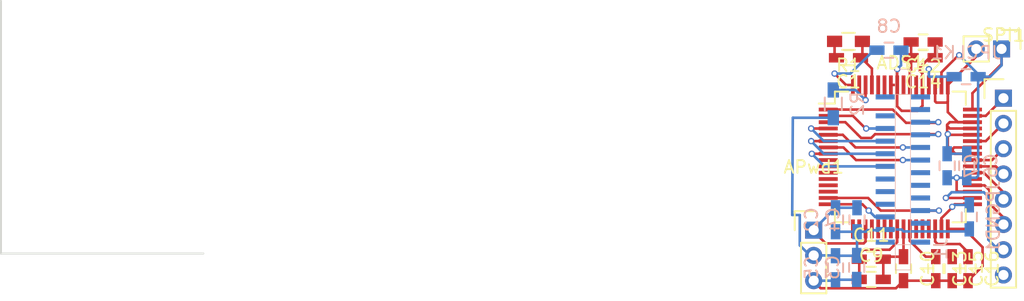
<source format=kicad_pcb>
(kicad_pcb (version 4) (host pcbnew 4.0.7)

  (general
    (links 92)
    (no_connects 21)
    (area 59.424999 87.224999 75.575001 107.375001)
    (thickness 1.6)
    (drawings 2)
    (tracks 246)
    (zones 0)
    (modules 25)
    (nets 50)
  )

  (page A4)
  (layers
    (0 F.Cu signal)
    (31 B.Cu signal)
    (32 B.Adhes user hide)
    (33 F.Adhes user hide)
    (34 B.Paste user hide)
    (35 F.Paste user hide)
    (36 B.SilkS user hide)
    (37 F.SilkS user hide)
    (38 B.Mask user hide)
    (39 F.Mask user hide)
    (40 Dwgs.User user hide)
    (41 Cmts.User user hide)
    (42 Eco1.User user hide)
    (43 Eco2.User user hide)
    (44 Edge.Cuts user)
    (45 Margin user hide)
    (46 B.CrtYd user hide)
    (47 F.CrtYd user hide)
    (48 B.Fab user hide)
    (49 F.Fab user hide)
  )

  (setup
    (last_trace_width 0.2032)
    (trace_clearance 0.2)
    (zone_clearance 0.508)
    (zone_45_only no)
    (trace_min 0.2)
    (segment_width 0.2)
    (edge_width 0.15)
    (via_size 0.5)
    (via_drill 0.3)
    (via_min_size 0.4)
    (via_min_drill 0.3)
    (uvia_size 0.5)
    (uvia_drill 0.3)
    (uvias_allowed no)
    (uvia_min_size 0.2)
    (uvia_min_drill 0.1)
    (pcb_text_width 0.3)
    (pcb_text_size 1.5 1.5)
    (mod_edge_width 0.15)
    (mod_text_size 1 1)
    (mod_text_width 0.15)
    (pad_size 1.524 1.524)
    (pad_drill 0.762)
    (pad_to_mask_clearance 0.2)
    (aux_axis_origin 0 0)
    (visible_elements FFFFFF9F)
    (pcbplotparams
      (layerselection 0x00030_80000001)
      (usegerberextensions false)
      (excludeedgelayer true)
      (linewidth 0.100000)
      (plotframeref false)
      (viasonmask false)
      (mode 1)
      (useauxorigin false)
      (hpglpennumber 1)
      (hpglpenspeed 20)
      (hpglpendiameter 15)
      (hpglpenoverlay 2)
      (psnegative false)
      (psa4output false)
      (plotreference true)
      (plotvalue true)
      (plotinvisibletext false)
      (padsonsilk false)
      (subtractmaskfromsilk false)
      (outputformat 1)
      (mirror false)
      (drillshape 1)
      (scaleselection 1)
      (outputdirectory ""))
  )

  (net 0 "")
  (net 1 /IN8N)
  (net 2 /IN8P)
  (net 3 /IN7N)
  (net 4 /IN7P)
  (net 5 /IN6N)
  (net 6 /IN6P)
  (net 7 /IN5N)
  (net 8 /IN5P)
  (net 9 /IN4N)
  (net 10 /IN4P)
  (net 11 /IN3N)
  (net 12 /IN3P)
  (net 13 /IN2N)
  (net 14 /IN2P)
  (net 15 /IN1N)
  (net 16 /IN1P)
  (net 17 /ADS1298/TESTP_PACE_OUT1)
  (net 18 /ADS1298/TESTN_PACE_OUT2)
  (net 19 /AVDD)
  (net 20 /AVSS)
  (net 21 /ADS1298/RLDREF)
  (net 22 "Net-(ADS1-Pad25)")
  (net 23 "Net-(ADS1-Pad26)")
  (net 24 "Net-(ADS1-Pad27)")
  (net 25 "Net-(ADS1-Pad28)")
  (net 26 "Net-(ADS1-Pad29)")
  (net 27 "Net-(ADS1-Pad30)")
  (net 28 /DGND)
  (net 29 /MOSI)
  (net 30 /DVDD)
  (net 31 /~RESET)
  (net 32 /CLK)
  (net 33 /START)
  (net 34 /~CS)
  (net 35 /SPI_CLK)
  (net 36 /MISO)
  (net 37 /~DRDY)
  (net 38 /CLKSEL)
  (net 39 "Net-(ADS1-Pad55)")
  (net 40 /ADS1298/RLDINV)
  (net 41 /ADS1298/RLDIN)
  (net 42 /RDLout)
  (net 43 "Net-(ADS1-Pad64)")
  (net 44 /AGND)
  (net 45 "Net-(J1-Pad42)")
  (net 46 "Net-(J1-Pad43)")
  (net 47 "Net-(J1-Pad41)")
  (net 48 "Net-(J1-Pad40)")
  (net 49 "Net-(SPI1-Pad8)")

  (net_class Default "This is the default net class."
    (clearance 0.2)
    (trace_width 0.2032)
    (via_dia 0.5)
    (via_drill 0.3)
    (uvia_dia 0.5)
    (uvia_drill 0.3)
    (add_net /ADS1298/RLDIN)
    (add_net /ADS1298/RLDINV)
    (add_net /ADS1298/RLDREF)
    (add_net /ADS1298/TESTN_PACE_OUT2)
    (add_net /ADS1298/TESTP_PACE_OUT1)
    (add_net /AGND)
    (add_net /AVDD)
    (add_net /AVSS)
    (add_net /CLK)
    (add_net /CLKSEL)
    (add_net /DGND)
    (add_net /DVDD)
    (add_net /IN1N)
    (add_net /IN1P)
    (add_net /IN2N)
    (add_net /IN2P)
    (add_net /IN3N)
    (add_net /IN3P)
    (add_net /IN4N)
    (add_net /IN4P)
    (add_net /IN5N)
    (add_net /IN5P)
    (add_net /IN6N)
    (add_net /IN6P)
    (add_net /IN7N)
    (add_net /IN7P)
    (add_net /IN8N)
    (add_net /IN8P)
    (add_net /MISO)
    (add_net /MOSI)
    (add_net /RDLout)
    (add_net /SPI_CLK)
    (add_net /START)
    (add_net /~CS)
    (add_net /~DRDY)
    (add_net /~RESET)
    (add_net "Net-(ADS1-Pad25)")
    (add_net "Net-(ADS1-Pad26)")
    (add_net "Net-(ADS1-Pad27)")
    (add_net "Net-(ADS1-Pad28)")
    (add_net "Net-(ADS1-Pad29)")
    (add_net "Net-(ADS1-Pad30)")
    (add_net "Net-(ADS1-Pad55)")
    (add_net "Net-(ADS1-Pad64)")
    (add_net "Net-(J1-Pad40)")
    (add_net "Net-(J1-Pad41)")
    (add_net "Net-(J1-Pad42)")
    (add_net "Net-(J1-Pad43)")
    (add_net "Net-(SPI1-Pad8)")
  )

  (module Housings_QFP:TQFP-64_10x10mm_Pitch0.5mm (layer F.Cu) (tedit 54130A77) (tstamp 5AD1005E)
    (at 130.6 99.65)
    (descr "64-Lead Plastic Thin Quad Flatpack (PT) - 10x10x1 mm Body, 2.00 mm Footprint [TQFP] (see Microchip Packaging Specification 00000049BS.pdf)")
    (tags "QFP 0.5")
    (path /5AD0D78A/5AD0DB25)
    (attr smd)
    (fp_text reference ADS1 (at 0 -7.45) (layer F.SilkS)
      (effects (font (size 1 1) (thickness 0.15)))
    )
    (fp_text value ADS1298 (at 0 7.45) (layer F.Fab)
      (effects (font (size 1 1) (thickness 0.15)))
    )
    (fp_text user %R (at 0 0) (layer F.Fab)
      (effects (font (size 1 1) (thickness 0.15)))
    )
    (fp_line (start -4 -5) (end 5 -5) (layer F.Fab) (width 0.15))
    (fp_line (start 5 -5) (end 5 5) (layer F.Fab) (width 0.15))
    (fp_line (start 5 5) (end -5 5) (layer F.Fab) (width 0.15))
    (fp_line (start -5 5) (end -5 -4) (layer F.Fab) (width 0.15))
    (fp_line (start -5 -4) (end -4 -5) (layer F.Fab) (width 0.15))
    (fp_line (start -6.7 -6.7) (end -6.7 6.7) (layer F.CrtYd) (width 0.05))
    (fp_line (start 6.7 -6.7) (end 6.7 6.7) (layer F.CrtYd) (width 0.05))
    (fp_line (start -6.7 -6.7) (end 6.7 -6.7) (layer F.CrtYd) (width 0.05))
    (fp_line (start -6.7 6.7) (end 6.7 6.7) (layer F.CrtYd) (width 0.05))
    (fp_line (start -5.175 -5.175) (end -5.175 -4.225) (layer F.SilkS) (width 0.15))
    (fp_line (start 5.175 -5.175) (end 5.175 -4.125) (layer F.SilkS) (width 0.15))
    (fp_line (start 5.175 5.175) (end 5.175 4.125) (layer F.SilkS) (width 0.15))
    (fp_line (start -5.175 5.175) (end -5.175 4.125) (layer F.SilkS) (width 0.15))
    (fp_line (start -5.175 -5.175) (end -4.125 -5.175) (layer F.SilkS) (width 0.15))
    (fp_line (start -5.175 5.175) (end -4.125 5.175) (layer F.SilkS) (width 0.15))
    (fp_line (start 5.175 5.175) (end 4.125 5.175) (layer F.SilkS) (width 0.15))
    (fp_line (start 5.175 -5.175) (end 4.125 -5.175) (layer F.SilkS) (width 0.15))
    (fp_line (start -5.175 -4.225) (end -6.45 -4.225) (layer F.SilkS) (width 0.15))
    (pad 1 smd rect (at -5.7 -3.75) (size 1.5 0.3) (layers F.Cu F.Paste F.Mask)
      (net 1 /IN8N))
    (pad 2 smd rect (at -5.7 -3.25) (size 1.5 0.3) (layers F.Cu F.Paste F.Mask)
      (net 2 /IN8P))
    (pad 3 smd rect (at -5.7 -2.75) (size 1.5 0.3) (layers F.Cu F.Paste F.Mask)
      (net 3 /IN7N))
    (pad 4 smd rect (at -5.7 -2.25) (size 1.5 0.3) (layers F.Cu F.Paste F.Mask)
      (net 4 /IN7P))
    (pad 5 smd rect (at -5.7 -1.75) (size 1.5 0.3) (layers F.Cu F.Paste F.Mask)
      (net 5 /IN6N))
    (pad 6 smd rect (at -5.7 -1.25) (size 1.5 0.3) (layers F.Cu F.Paste F.Mask)
      (net 6 /IN6P))
    (pad 7 smd rect (at -5.7 -0.75) (size 1.5 0.3) (layers F.Cu F.Paste F.Mask)
      (net 7 /IN5N))
    (pad 8 smd rect (at -5.7 -0.25) (size 1.5 0.3) (layers F.Cu F.Paste F.Mask)
      (net 8 /IN5P))
    (pad 9 smd rect (at -5.7 0.25) (size 1.5 0.3) (layers F.Cu F.Paste F.Mask)
      (net 9 /IN4N))
    (pad 10 smd rect (at -5.7 0.75) (size 1.5 0.3) (layers F.Cu F.Paste F.Mask)
      (net 10 /IN4P))
    (pad 11 smd rect (at -5.7 1.25) (size 1.5 0.3) (layers F.Cu F.Paste F.Mask)
      (net 11 /IN3N))
    (pad 12 smd rect (at -5.7 1.75) (size 1.5 0.3) (layers F.Cu F.Paste F.Mask)
      (net 12 /IN3P))
    (pad 13 smd rect (at -5.7 2.25) (size 1.5 0.3) (layers F.Cu F.Paste F.Mask)
      (net 13 /IN2N))
    (pad 14 smd rect (at -5.7 2.75) (size 1.5 0.3) (layers F.Cu F.Paste F.Mask)
      (net 14 /IN2P))
    (pad 15 smd rect (at -5.7 3.25) (size 1.5 0.3) (layers F.Cu F.Paste F.Mask)
      (net 15 /IN1N))
    (pad 16 smd rect (at -5.7 3.75) (size 1.5 0.3) (layers F.Cu F.Paste F.Mask)
      (net 16 /IN1P))
    (pad 17 smd rect (at -3.75 5.7 90) (size 1.5 0.3) (layers F.Cu F.Paste F.Mask)
      (net 17 /ADS1298/TESTP_PACE_OUT1))
    (pad 18 smd rect (at -3.25 5.7 90) (size 1.5 0.3) (layers F.Cu F.Paste F.Mask)
      (net 18 /ADS1298/TESTN_PACE_OUT2))
    (pad 19 smd rect (at -2.75 5.7 90) (size 1.5 0.3) (layers F.Cu F.Paste F.Mask)
      (net 19 /AVDD))
    (pad 20 smd rect (at -2.25 5.7 90) (size 1.5 0.3) (layers F.Cu F.Paste F.Mask)
      (net 20 /AVSS))
    (pad 21 smd rect (at -1.75 5.7 90) (size 1.5 0.3) (layers F.Cu F.Paste F.Mask)
      (net 19 /AVDD))
    (pad 22 smd rect (at -1.25 5.7 90) (size 1.5 0.3) (layers F.Cu F.Paste F.Mask)
      (net 19 /AVDD))
    (pad 23 smd rect (at -0.75 5.7 90) (size 1.5 0.3) (layers F.Cu F.Paste F.Mask)
      (net 20 /AVSS))
    (pad 24 smd rect (at -0.25 5.7 90) (size 1.5 0.3) (layers F.Cu F.Paste F.Mask)
      (net 21 /ADS1298/RLDREF))
    (pad 25 smd rect (at 0.25 5.7 90) (size 1.5 0.3) (layers F.Cu F.Paste F.Mask)
      (net 22 "Net-(ADS1-Pad25)"))
    (pad 26 smd rect (at 0.75 5.7 90) (size 1.5 0.3) (layers F.Cu F.Paste F.Mask)
      (net 23 "Net-(ADS1-Pad26)"))
    (pad 27 smd rect (at 1.25 5.7 90) (size 1.5 0.3) (layers F.Cu F.Paste F.Mask)
      (net 24 "Net-(ADS1-Pad27)"))
    (pad 28 smd rect (at 1.75 5.7 90) (size 1.5 0.3) (layers F.Cu F.Paste F.Mask)
      (net 25 "Net-(ADS1-Pad28)"))
    (pad 29 smd rect (at 2.25 5.7 90) (size 1.5 0.3) (layers F.Cu F.Paste F.Mask)
      (net 26 "Net-(ADS1-Pad29)"))
    (pad 30 smd rect (at 2.75 5.7 90) (size 1.5 0.3) (layers F.Cu F.Paste F.Mask)
      (net 27 "Net-(ADS1-Pad30)"))
    (pad 31 smd rect (at 3.25 5.7 90) (size 1.5 0.3) (layers F.Cu F.Paste F.Mask)
      (net 28 /DGND))
    (pad 32 smd rect (at 3.75 5.7 90) (size 1.5 0.3) (layers F.Cu F.Paste F.Mask)
      (net 20 /AVSS))
    (pad 33 smd rect (at 5.7 3.75) (size 1.5 0.3) (layers F.Cu F.Paste F.Mask)
      (net 28 /DGND))
    (pad 34 smd rect (at 5.7 3.25) (size 1.5 0.3) (layers F.Cu F.Paste F.Mask)
      (net 29 /MOSI))
    (pad 35 smd rect (at 5.7 2.75) (size 1.5 0.3) (layers F.Cu F.Paste F.Mask)
      (net 30 /DVDD))
    (pad 36 smd rect (at 5.7 2.25) (size 1.5 0.3) (layers F.Cu F.Paste F.Mask)
      (net 31 /~RESET))
    (pad 37 smd rect (at 5.7 1.75) (size 1.5 0.3) (layers F.Cu F.Paste F.Mask)
      (net 32 /CLK))
    (pad 38 smd rect (at 5.7 1.25) (size 1.5 0.3) (layers F.Cu F.Paste F.Mask)
      (net 33 /START))
    (pad 39 smd rect (at 5.7 0.75) (size 1.5 0.3) (layers F.Cu F.Paste F.Mask)
      (net 34 /~CS))
    (pad 40 smd rect (at 5.7 0.25) (size 1.5 0.3) (layers F.Cu F.Paste F.Mask)
      (net 35 /SPI_CLK))
    (pad 41 smd rect (at 5.7 -0.25) (size 1.5 0.3) (layers F.Cu F.Paste F.Mask)
      (net 28 /DGND))
    (pad 42 smd rect (at 5.7 -0.75) (size 1.5 0.3) (layers F.Cu F.Paste F.Mask)
      (net 28 /DGND))
    (pad 43 smd rect (at 5.7 -1.25) (size 1.5 0.3) (layers F.Cu F.Paste F.Mask)
      (net 36 /MISO))
    (pad 44 smd rect (at 5.7 -1.75) (size 1.5 0.3) (layers F.Cu F.Paste F.Mask)
      (net 28 /DGND))
    (pad 45 smd rect (at 5.7 -2.25) (size 1.5 0.3) (layers F.Cu F.Paste F.Mask)
      (net 28 /DGND))
    (pad 46 smd rect (at 5.7 -2.75) (size 1.5 0.3) (layers F.Cu F.Paste F.Mask)
      (net 28 /DGND))
    (pad 47 smd rect (at 5.7 -3.25) (size 1.5 0.3) (layers F.Cu F.Paste F.Mask)
      (net 37 /~DRDY))
    (pad 48 smd rect (at 5.7 -3.75) (size 1.5 0.3) (layers F.Cu F.Paste F.Mask)
      (net 30 /DVDD))
    (pad 49 smd rect (at 3.75 -5.7 90) (size 1.5 0.3) (layers F.Cu F.Paste F.Mask)
      (net 28 /DGND))
    (pad 50 smd rect (at 3.25 -5.7 90) (size 1.5 0.3) (layers F.Cu F.Paste F.Mask)
      (net 30 /DVDD))
    (pad 51 smd rect (at 2.75 -5.7 90) (size 1.5 0.3) (layers F.Cu F.Paste F.Mask)
      (net 28 /DGND))
    (pad 52 smd rect (at 2.25 -5.7 90) (size 1.5 0.3) (layers F.Cu F.Paste F.Mask)
      (net 38 /CLKSEL))
    (pad 53 smd rect (at 1.75 -5.7 90) (size 1.5 0.3) (layers F.Cu F.Paste F.Mask)
      (net 20 /AVSS))
    (pad 54 smd rect (at 1.25 -5.7 90) (size 1.5 0.3) (layers F.Cu F.Paste F.Mask)
      (net 19 /AVDD))
    (pad 55 smd rect (at 0.75 -5.7 90) (size 1.5 0.3) (layers F.Cu F.Paste F.Mask)
      (net 39 "Net-(ADS1-Pad55)"))
    (pad 56 smd rect (at 0.25 -5.7 90) (size 1.5 0.3) (layers F.Cu F.Paste F.Mask)
      (net 19 /AVDD))
    (pad 57 smd rect (at -0.25 -5.7 90) (size 1.5 0.3) (layers F.Cu F.Paste F.Mask)
      (net 20 /AVSS))
    (pad 58 smd rect (at -0.75 -5.7 90) (size 1.5 0.3) (layers F.Cu F.Paste F.Mask)
      (net 20 /AVSS))
    (pad 59 smd rect (at -1.25 -5.7 90) (size 1.5 0.3) (layers F.Cu F.Paste F.Mask)
      (net 19 /AVDD))
    (pad 60 smd rect (at -1.75 -5.7 90) (size 1.5 0.3) (layers F.Cu F.Paste F.Mask)
      (net 21 /ADS1298/RLDREF))
    (pad 61 smd rect (at -2.25 -5.7 90) (size 1.5 0.3) (layers F.Cu F.Paste F.Mask)
      (net 40 /ADS1298/RLDINV))
    (pad 62 smd rect (at -2.75 -5.7 90) (size 1.5 0.3) (layers F.Cu F.Paste F.Mask)
      (net 41 /ADS1298/RLDIN))
    (pad 63 smd rect (at -3.25 -5.7 90) (size 1.5 0.3) (layers F.Cu F.Paste F.Mask)
      (net 42 /RDLout))
    (pad 64 smd rect (at -3.75 -5.7 90) (size 1.5 0.3) (layers F.Cu F.Paste F.Mask)
      (net 43 "Net-(ADS1-Pad64)"))
    (model Housings_QFP.3dshapes/TQFP-64_10x10mm_Pitch0.5mm.wrl
      (at (xyz 0 0 0))
      (scale (xyz 1 1 1))
      (rotate (xyz 0 0 0))
    )
  )

  (module Pin_Headers:Pin_Header_Straight_1x03_Pitch2.00mm (layer F.Cu) (tedit 56FA75DA) (tstamp 5AD10065)
    (at 123.75 105.45)
    (descr "Through hole pin header, 1x03, 2.00mm pitch, single row")
    (tags "pin header single row")
    (path /5AD21670)
    (fp_text reference APwd1 (at 0 -5) (layer F.SilkS)
      (effects (font (size 1 1) (thickness 0.15)))
    )
    (fp_text value Conn_01x03 (at 0 -3) (layer F.Fab)
      (effects (font (size 1 1) (thickness 0.15)))
    )
    (fp_line (start -1 1) (end 1 1) (layer F.SilkS) (width 0.15))
    (fp_line (start 1 1) (end 1 5) (layer F.SilkS) (width 0.15))
    (fp_line (start 1 5) (end -1 5) (layer F.SilkS) (width 0.15))
    (fp_line (start -1 5) (end -1 1) (layer F.SilkS) (width 0.15))
    (fp_line (start -1.6 -1.6) (end 1.6 -1.6) (layer F.CrtYd) (width 0.05))
    (fp_line (start 1.6 -1.6) (end 1.6 5.6) (layer F.CrtYd) (width 0.05))
    (fp_line (start 1.6 5.6) (end -1.6 5.6) (layer F.CrtYd) (width 0.05))
    (fp_line (start -1.6 5.6) (end -1.6 -1.6) (layer F.CrtYd) (width 0.05))
    (fp_line (start -1.5 0) (end -1.5 -1.5) (layer F.SilkS) (width 0.15))
    (fp_line (start -1.5 -1.5) (end 0 -1.5) (layer F.SilkS) (width 0.15))
    (pad 1 thru_hole rect (at 0 0) (size 1.35 1.35) (drill 0.8) (layers *.Cu *.Mask)
      (net 19 /AVDD))
    (pad 2 thru_hole circle (at 0 2) (size 1.35 1.35) (drill 0.8) (layers *.Cu *.Mask)
      (net 44 /AGND))
    (pad 3 thru_hole circle (at 0 4) (size 1.35 1.35) (drill 0.8) (layers *.Cu *.Mask)
      (net 20 /AVSS))
    (model Pin_Headers.3dshapes/Pin_Header_Straight_1x03_Pitch2.00mm.wrl
      (at (xyz 0 0 0))
      (scale (xyz 1 1 1))
      (rotate (xyz 0 0 0))
    )
  )

  (module Capacitors_SMD:C_0603_HandSoldering (layer F.Cu) (tedit 541A9B4D) (tstamp 5AD1006B)
    (at 126.5 91.8 180)
    (descr "Capacitor SMD 0603, hand soldering")
    (tags "capacitor 0603")
    (path /5AD0D78A/5AD0DB27)
    (attr smd)
    (fp_text reference C1 (at 0 -1.9 180) (layer F.SilkS)
      (effects (font (size 1 1) (thickness 0.15)))
    )
    (fp_text value 1nf (at 0 1.9 180) (layer F.Fab)
      (effects (font (size 1 1) (thickness 0.15)))
    )
    (fp_line (start -0.8 0.4) (end -0.8 -0.4) (layer F.Fab) (width 0.15))
    (fp_line (start 0.8 0.4) (end -0.8 0.4) (layer F.Fab) (width 0.15))
    (fp_line (start 0.8 -0.4) (end 0.8 0.4) (layer F.Fab) (width 0.15))
    (fp_line (start -0.8 -0.4) (end 0.8 -0.4) (layer F.Fab) (width 0.15))
    (fp_line (start -1.85 -0.75) (end 1.85 -0.75) (layer F.CrtYd) (width 0.05))
    (fp_line (start -1.85 0.75) (end 1.85 0.75) (layer F.CrtYd) (width 0.05))
    (fp_line (start -1.85 -0.75) (end -1.85 0.75) (layer F.CrtYd) (width 0.05))
    (fp_line (start 1.85 -0.75) (end 1.85 0.75) (layer F.CrtYd) (width 0.05))
    (fp_line (start -0.35 -0.6) (end 0.35 -0.6) (layer F.SilkS) (width 0.15))
    (fp_line (start 0.35 0.6) (end -0.35 0.6) (layer F.SilkS) (width 0.15))
    (pad 1 smd rect (at -0.95 0 180) (size 1.2 0.75) (layers F.Cu F.Paste F.Mask)
      (net 40 /ADS1298/RLDINV))
    (pad 2 smd rect (at 0.95 0 180) (size 1.2 0.75) (layers F.Cu F.Paste F.Mask)
      (net 42 /RDLout))
    (model Capacitors_SMD.3dshapes/C_0603_HandSoldering.wrl
      (at (xyz 0 0 0))
      (scale (xyz 1 1 1))
      (rotate (xyz 0 0 0))
    )
  )

  (module Capacitors_SMD:C_0603_HandSoldering (layer B.Cu) (tedit 541A9B4D) (tstamp 5AD10071)
    (at 125.475 104.625 270)
    (descr "Capacitor SMD 0603, hand soldering")
    (tags "capacitor 0603")
    (path /5AD0D78A/5AD0DB2E)
    (attr smd)
    (fp_text reference C2 (at 0 1.9 270) (layer B.SilkS)
      (effects (font (size 1 1) (thickness 0.15)) (justify mirror))
    )
    (fp_text value 1uF (at 0 -1.9 270) (layer B.Fab)
      (effects (font (size 1 1) (thickness 0.15)) (justify mirror))
    )
    (fp_line (start -0.8 -0.4) (end -0.8 0.4) (layer B.Fab) (width 0.15))
    (fp_line (start 0.8 -0.4) (end -0.8 -0.4) (layer B.Fab) (width 0.15))
    (fp_line (start 0.8 0.4) (end 0.8 -0.4) (layer B.Fab) (width 0.15))
    (fp_line (start -0.8 0.4) (end 0.8 0.4) (layer B.Fab) (width 0.15))
    (fp_line (start -1.85 0.75) (end 1.85 0.75) (layer B.CrtYd) (width 0.05))
    (fp_line (start -1.85 -0.75) (end 1.85 -0.75) (layer B.CrtYd) (width 0.05))
    (fp_line (start -1.85 0.75) (end -1.85 -0.75) (layer B.CrtYd) (width 0.05))
    (fp_line (start 1.85 0.75) (end 1.85 -0.75) (layer B.CrtYd) (width 0.05))
    (fp_line (start -0.35 0.6) (end 0.35 0.6) (layer B.SilkS) (width 0.15))
    (fp_line (start 0.35 -0.6) (end -0.35 -0.6) (layer B.SilkS) (width 0.15))
    (pad 1 smd rect (at -0.95 0 270) (size 1.2 0.75) (layers B.Cu B.Paste B.Mask)
      (net 19 /AVDD))
    (pad 2 smd rect (at 0.95 0 270) (size 1.2 0.75) (layers B.Cu B.Paste B.Mask)
      (net 44 /AGND))
    (model Capacitors_SMD.3dshapes/C_0603_HandSoldering.wrl
      (at (xyz 0 0 0))
      (scale (xyz 1 1 1))
      (rotate (xyz 0 0 0))
    )
  )

  (module Capacitors_SMD:C_0603_HandSoldering (layer B.Cu) (tedit 541A9B4D) (tstamp 5AD10077)
    (at 127.15 108.4 270)
    (descr "Capacitor SMD 0603, hand soldering")
    (tags "capacitor 0603")
    (path /5AD0D78A/5AD0DB30)
    (attr smd)
    (fp_text reference C3 (at 0 1.9 270) (layer B.SilkS)
      (effects (font (size 1 1) (thickness 0.15)) (justify mirror))
    )
    (fp_text value 1uF (at 0 -1.9 270) (layer B.Fab)
      (effects (font (size 1 1) (thickness 0.15)) (justify mirror))
    )
    (fp_line (start -0.8 -0.4) (end -0.8 0.4) (layer B.Fab) (width 0.15))
    (fp_line (start 0.8 -0.4) (end -0.8 -0.4) (layer B.Fab) (width 0.15))
    (fp_line (start 0.8 0.4) (end 0.8 -0.4) (layer B.Fab) (width 0.15))
    (fp_line (start -0.8 0.4) (end 0.8 0.4) (layer B.Fab) (width 0.15))
    (fp_line (start -1.85 0.75) (end 1.85 0.75) (layer B.CrtYd) (width 0.05))
    (fp_line (start -1.85 -0.75) (end 1.85 -0.75) (layer B.CrtYd) (width 0.05))
    (fp_line (start -1.85 0.75) (end -1.85 -0.75) (layer B.CrtYd) (width 0.05))
    (fp_line (start 1.85 0.75) (end 1.85 -0.75) (layer B.CrtYd) (width 0.05))
    (fp_line (start -0.35 0.6) (end 0.35 0.6) (layer B.SilkS) (width 0.15))
    (fp_line (start 0.35 -0.6) (end -0.35 -0.6) (layer B.SilkS) (width 0.15))
    (pad 1 smd rect (at -0.95 0 270) (size 1.2 0.75) (layers B.Cu B.Paste B.Mask)
      (net 44 /AGND))
    (pad 2 smd rect (at 0.95 0 270) (size 1.2 0.75) (layers B.Cu B.Paste B.Mask)
      (net 20 /AVSS))
    (model Capacitors_SMD.3dshapes/C_0603_HandSoldering.wrl
      (at (xyz 0 0 0))
      (scale (xyz 1 1 1))
      (rotate (xyz 0 0 0))
    )
  )

  (module Capacitors_SMD:C_0603_HandSoldering (layer B.Cu) (tedit 541A9B4D) (tstamp 5AD1007D)
    (at 127.175 104.625 270)
    (descr "Capacitor SMD 0603, hand soldering")
    (tags "capacitor 0603")
    (path /5AD0D78A/5AD0DB2D)
    (attr smd)
    (fp_text reference C4 (at 0 1.9 270) (layer B.SilkS)
      (effects (font (size 1 1) (thickness 0.15)) (justify mirror))
    )
    (fp_text value 0.1uF (at 0 -1.9 270) (layer B.Fab)
      (effects (font (size 1 1) (thickness 0.15)) (justify mirror))
    )
    (fp_line (start -0.8 -0.4) (end -0.8 0.4) (layer B.Fab) (width 0.15))
    (fp_line (start 0.8 -0.4) (end -0.8 -0.4) (layer B.Fab) (width 0.15))
    (fp_line (start 0.8 0.4) (end 0.8 -0.4) (layer B.Fab) (width 0.15))
    (fp_line (start -0.8 0.4) (end 0.8 0.4) (layer B.Fab) (width 0.15))
    (fp_line (start -1.85 0.75) (end 1.85 0.75) (layer B.CrtYd) (width 0.05))
    (fp_line (start -1.85 -0.75) (end 1.85 -0.75) (layer B.CrtYd) (width 0.05))
    (fp_line (start -1.85 0.75) (end -1.85 -0.75) (layer B.CrtYd) (width 0.05))
    (fp_line (start 1.85 0.75) (end 1.85 -0.75) (layer B.CrtYd) (width 0.05))
    (fp_line (start -0.35 0.6) (end 0.35 0.6) (layer B.SilkS) (width 0.15))
    (fp_line (start 0.35 -0.6) (end -0.35 -0.6) (layer B.SilkS) (width 0.15))
    (pad 1 smd rect (at -0.95 0 270) (size 1.2 0.75) (layers B.Cu B.Paste B.Mask)
      (net 19 /AVDD))
    (pad 2 smd rect (at 0.95 0 270) (size 1.2 0.75) (layers B.Cu B.Paste B.Mask)
      (net 44 /AGND))
    (model Capacitors_SMD.3dshapes/C_0603_HandSoldering.wrl
      (at (xyz 0 0 0))
      (scale (xyz 1 1 1))
      (rotate (xyz 0 0 0))
    )
  )

  (module Capacitors_SMD:C_0603_HandSoldering (layer B.Cu) (tedit 541A9B4D) (tstamp 5AD10083)
    (at 125.475 108.425 270)
    (descr "Capacitor SMD 0603, hand soldering")
    (tags "capacitor 0603")
    (path /5AD0D78A/5AD0DB2F)
    (attr smd)
    (fp_text reference C5 (at 0 1.9 270) (layer B.SilkS)
      (effects (font (size 1 1) (thickness 0.15)) (justify mirror))
    )
    (fp_text value 0.1uF (at 0 -1.9 270) (layer B.Fab)
      (effects (font (size 1 1) (thickness 0.15)) (justify mirror))
    )
    (fp_line (start -0.8 -0.4) (end -0.8 0.4) (layer B.Fab) (width 0.15))
    (fp_line (start 0.8 -0.4) (end -0.8 -0.4) (layer B.Fab) (width 0.15))
    (fp_line (start 0.8 0.4) (end 0.8 -0.4) (layer B.Fab) (width 0.15))
    (fp_line (start -0.8 0.4) (end 0.8 0.4) (layer B.Fab) (width 0.15))
    (fp_line (start -1.85 0.75) (end 1.85 0.75) (layer B.CrtYd) (width 0.05))
    (fp_line (start -1.85 -0.75) (end 1.85 -0.75) (layer B.CrtYd) (width 0.05))
    (fp_line (start -1.85 0.75) (end -1.85 -0.75) (layer B.CrtYd) (width 0.05))
    (fp_line (start 1.85 0.75) (end 1.85 -0.75) (layer B.CrtYd) (width 0.05))
    (fp_line (start -0.35 0.6) (end 0.35 0.6) (layer B.SilkS) (width 0.15))
    (fp_line (start 0.35 -0.6) (end -0.35 -0.6) (layer B.SilkS) (width 0.15))
    (pad 1 smd rect (at -0.95 0 270) (size 1.2 0.75) (layers B.Cu B.Paste B.Mask)
      (net 44 /AGND))
    (pad 2 smd rect (at 0.95 0 270) (size 1.2 0.75) (layers B.Cu B.Paste B.Mask)
      (net 20 /AVSS))
    (model Capacitors_SMD.3dshapes/C_0603_HandSoldering.wrl
      (at (xyz 0 0 0))
      (scale (xyz 1 1 1))
      (rotate (xyz 0 0 0))
    )
  )

  (module Capacitors_SMD:C_0603_HandSoldering (layer B.Cu) (tedit 541A9B4D) (tstamp 5AD10089)
    (at 135.85 100.35 90)
    (descr "Capacitor SMD 0603, hand soldering")
    (tags "capacitor 0603")
    (path /5AD0D78A/5AD0DB32)
    (attr smd)
    (fp_text reference C6 (at 0 1.9 90) (layer B.SilkS)
      (effects (font (size 1 1) (thickness 0.15)) (justify mirror))
    )
    (fp_text value 1uF (at 0 -1.9 90) (layer B.Fab)
      (effects (font (size 1 1) (thickness 0.15)) (justify mirror))
    )
    (fp_line (start -0.8 -0.4) (end -0.8 0.4) (layer B.Fab) (width 0.15))
    (fp_line (start 0.8 -0.4) (end -0.8 -0.4) (layer B.Fab) (width 0.15))
    (fp_line (start 0.8 0.4) (end 0.8 -0.4) (layer B.Fab) (width 0.15))
    (fp_line (start -0.8 0.4) (end 0.8 0.4) (layer B.Fab) (width 0.15))
    (fp_line (start -1.85 0.75) (end 1.85 0.75) (layer B.CrtYd) (width 0.05))
    (fp_line (start -1.85 -0.75) (end 1.85 -0.75) (layer B.CrtYd) (width 0.05))
    (fp_line (start -1.85 0.75) (end -1.85 -0.75) (layer B.CrtYd) (width 0.05))
    (fp_line (start 1.85 0.75) (end 1.85 -0.75) (layer B.CrtYd) (width 0.05))
    (fp_line (start -0.35 0.6) (end 0.35 0.6) (layer B.SilkS) (width 0.15))
    (fp_line (start 0.35 -0.6) (end -0.35 -0.6) (layer B.SilkS) (width 0.15))
    (pad 1 smd rect (at -0.95 0 90) (size 1.2 0.75) (layers B.Cu B.Paste B.Mask)
      (net 30 /DVDD))
    (pad 2 smd rect (at 0.95 0 90) (size 1.2 0.75) (layers B.Cu B.Paste B.Mask)
      (net 28 /DGND))
    (model Capacitors_SMD.3dshapes/C_0603_HandSoldering.wrl
      (at (xyz 0 0 0))
      (scale (xyz 1 1 1))
      (rotate (xyz 0 0 0))
    )
  )

  (module Capacitors_SMD:C_0603_HandSoldering (layer B.Cu) (tedit 541A9B4D) (tstamp 5AD1008F)
    (at 134.3 100.35 90)
    (descr "Capacitor SMD 0603, hand soldering")
    (tags "capacitor 0603")
    (path /5AD0D78A/5AD0DB31)
    (attr smd)
    (fp_text reference C7 (at 0 1.9 90) (layer B.SilkS)
      (effects (font (size 1 1) (thickness 0.15)) (justify mirror))
    )
    (fp_text value 0.1uF (at 0 -1.9 90) (layer B.Fab)
      (effects (font (size 1 1) (thickness 0.15)) (justify mirror))
    )
    (fp_line (start -0.8 -0.4) (end -0.8 0.4) (layer B.Fab) (width 0.15))
    (fp_line (start 0.8 -0.4) (end -0.8 -0.4) (layer B.Fab) (width 0.15))
    (fp_line (start 0.8 0.4) (end 0.8 -0.4) (layer B.Fab) (width 0.15))
    (fp_line (start -0.8 0.4) (end 0.8 0.4) (layer B.Fab) (width 0.15))
    (fp_line (start -1.85 0.75) (end 1.85 0.75) (layer B.CrtYd) (width 0.05))
    (fp_line (start -1.85 -0.75) (end 1.85 -0.75) (layer B.CrtYd) (width 0.05))
    (fp_line (start -1.85 0.75) (end -1.85 -0.75) (layer B.CrtYd) (width 0.05))
    (fp_line (start 1.85 0.75) (end 1.85 -0.75) (layer B.CrtYd) (width 0.05))
    (fp_line (start -0.35 0.6) (end 0.35 0.6) (layer B.SilkS) (width 0.15))
    (fp_line (start 0.35 -0.6) (end -0.35 -0.6) (layer B.SilkS) (width 0.15))
    (pad 1 smd rect (at -0.95 0 90) (size 1.2 0.75) (layers B.Cu B.Paste B.Mask)
      (net 30 /DVDD))
    (pad 2 smd rect (at 0.95 0 90) (size 1.2 0.75) (layers B.Cu B.Paste B.Mask)
      (net 28 /DGND))
    (model Capacitors_SMD.3dshapes/C_0603_HandSoldering.wrl
      (at (xyz 0 0 0))
      (scale (xyz 1 1 1))
      (rotate (xyz 0 0 0))
    )
  )

  (module Capacitors_SMD:C_0603_HandSoldering (layer B.Cu) (tedit 541A9B4D) (tstamp 5AD10095)
    (at 129.7 91.2 180)
    (descr "Capacitor SMD 0603, hand soldering")
    (tags "capacitor 0603")
    (path /5AD0D78A/5AD0DB35)
    (attr smd)
    (fp_text reference C8 (at 0 1.9 180) (layer B.SilkS)
      (effects (font (size 1 1) (thickness 0.15)) (justify mirror))
    )
    (fp_text value 100pf (at 0 -1.9 180) (layer B.Fab)
      (effects (font (size 1 1) (thickness 0.15)) (justify mirror))
    )
    (fp_line (start -0.8 -0.4) (end -0.8 0.4) (layer B.Fab) (width 0.15))
    (fp_line (start 0.8 -0.4) (end -0.8 -0.4) (layer B.Fab) (width 0.15))
    (fp_line (start 0.8 0.4) (end 0.8 -0.4) (layer B.Fab) (width 0.15))
    (fp_line (start -0.8 0.4) (end 0.8 0.4) (layer B.Fab) (width 0.15))
    (fp_line (start -1.85 0.75) (end 1.85 0.75) (layer B.CrtYd) (width 0.05))
    (fp_line (start -1.85 -0.75) (end 1.85 -0.75) (layer B.CrtYd) (width 0.05))
    (fp_line (start -1.85 0.75) (end -1.85 -0.75) (layer B.CrtYd) (width 0.05))
    (fp_line (start 1.85 0.75) (end 1.85 -0.75) (layer B.CrtYd) (width 0.05))
    (fp_line (start -0.35 0.6) (end 0.35 0.6) (layer B.SilkS) (width 0.15))
    (fp_line (start 0.35 -0.6) (end -0.35 -0.6) (layer B.SilkS) (width 0.15))
    (pad 1 smd rect (at -0.95 0 180) (size 1.2 0.75) (layers B.Cu B.Paste B.Mask)
      (net 20 /AVSS))
    (pad 2 smd rect (at 0.95 0 180) (size 1.2 0.75) (layers B.Cu B.Paste B.Mask)
      (net 43 "Net-(ADS1-Pad64)"))
    (model Capacitors_SMD.3dshapes/C_0603_HandSoldering.wrl
      (at (xyz 0 0 0))
      (scale (xyz 1 1 1))
      (rotate (xyz 0 0 0))
    )
  )

  (module Capacitors_SMD:C_0603_HandSoldering (layer F.Cu) (tedit 541A9B4D) (tstamp 5AD1009B)
    (at 128.3 109.35)
    (descr "Capacitor SMD 0603, hand soldering")
    (tags "capacitor 0603")
    (path /5AD0D78A/5AD0DB2B)
    (attr smd)
    (fp_text reference C9 (at 0 -1.9) (layer F.SilkS)
      (effects (font (size 1 1) (thickness 0.15)))
    )
    (fp_text value 0.1uF (at 0 1.9) (layer F.Fab)
      (effects (font (size 1 1) (thickness 0.15)))
    )
    (fp_line (start -0.8 0.4) (end -0.8 -0.4) (layer F.Fab) (width 0.15))
    (fp_line (start 0.8 0.4) (end -0.8 0.4) (layer F.Fab) (width 0.15))
    (fp_line (start 0.8 -0.4) (end 0.8 0.4) (layer F.Fab) (width 0.15))
    (fp_line (start -0.8 -0.4) (end 0.8 -0.4) (layer F.Fab) (width 0.15))
    (fp_line (start -1.85 -0.75) (end 1.85 -0.75) (layer F.CrtYd) (width 0.05))
    (fp_line (start -1.85 0.75) (end 1.85 0.75) (layer F.CrtYd) (width 0.05))
    (fp_line (start -1.85 -0.75) (end -1.85 0.75) (layer F.CrtYd) (width 0.05))
    (fp_line (start 1.85 -0.75) (end 1.85 0.75) (layer F.CrtYd) (width 0.05))
    (fp_line (start -0.35 -0.6) (end 0.35 -0.6) (layer F.SilkS) (width 0.15))
    (fp_line (start 0.35 0.6) (end -0.35 0.6) (layer F.SilkS) (width 0.15))
    (pad 1 smd rect (at -0.95 0) (size 1.2 0.75) (layers F.Cu F.Paste F.Mask)
      (net 21 /ADS1298/RLDREF))
    (pad 2 smd rect (at 0.95 0) (size 1.2 0.75) (layers F.Cu F.Paste F.Mask)
      (net 22 "Net-(ADS1-Pad25)"))
    (model Capacitors_SMD.3dshapes/C_0603_HandSoldering.wrl
      (at (xyz 0 0 0))
      (scale (xyz 1 1 1))
      (rotate (xyz 0 0 0))
    )
  )

  (module Capacitors_SMD:C_0603_HandSoldering (layer F.Cu) (tedit 541A9B4D) (tstamp 5AD100A1)
    (at 130.85 108.5 270)
    (descr "Capacitor SMD 0603, hand soldering")
    (tags "capacitor 0603")
    (path /5AD0D78A/5AD1A7C2)
    (attr smd)
    (fp_text reference C10 (at 0 -1.9 270) (layer F.SilkS)
      (effects (font (size 1 1) (thickness 0.15)))
    )
    (fp_text value 1uF (at 0 1.9 270) (layer F.Fab)
      (effects (font (size 1 1) (thickness 0.15)))
    )
    (fp_line (start -0.8 0.4) (end -0.8 -0.4) (layer F.Fab) (width 0.15))
    (fp_line (start 0.8 0.4) (end -0.8 0.4) (layer F.Fab) (width 0.15))
    (fp_line (start 0.8 -0.4) (end 0.8 0.4) (layer F.Fab) (width 0.15))
    (fp_line (start -0.8 -0.4) (end 0.8 -0.4) (layer F.Fab) (width 0.15))
    (fp_line (start -1.85 -0.75) (end 1.85 -0.75) (layer F.CrtYd) (width 0.05))
    (fp_line (start -1.85 0.75) (end 1.85 0.75) (layer F.CrtYd) (width 0.05))
    (fp_line (start -1.85 -0.75) (end -1.85 0.75) (layer F.CrtYd) (width 0.05))
    (fp_line (start 1.85 -0.75) (end 1.85 0.75) (layer F.CrtYd) (width 0.05))
    (fp_line (start -0.35 -0.6) (end 0.35 -0.6) (layer F.SilkS) (width 0.15))
    (fp_line (start 0.35 0.6) (end -0.35 0.6) (layer F.SilkS) (width 0.15))
    (pad 1 smd rect (at -0.95 0 270) (size 1.2 0.75) (layers F.Cu F.Paste F.Mask)
      (net 22 "Net-(ADS1-Pad25)"))
    (pad 2 smd rect (at 0.95 0 270) (size 1.2 0.75) (layers F.Cu F.Paste F.Mask)
      (net 20 /AVSS))
    (model Capacitors_SMD.3dshapes/C_0603_HandSoldering.wrl
      (at (xyz 0 0 0))
      (scale (xyz 1 1 1))
      (rotate (xyz 0 0 0))
    )
  )

  (module Capacitors_SMD:C_0603_HandSoldering (layer F.Cu) (tedit 541A9B4D) (tstamp 5AD100A7)
    (at 128.3 107.75)
    (descr "Capacitor SMD 0603, hand soldering")
    (tags "capacitor 0603")
    (path /5AD0D78A/5AD0DB2A)
    (attr smd)
    (fp_text reference C11 (at 0 -1.9) (layer F.SilkS)
      (effects (font (size 1 1) (thickness 0.15)))
    )
    (fp_text value 10uF (at 0 1.9) (layer F.Fab)
      (effects (font (size 1 1) (thickness 0.15)))
    )
    (fp_line (start -0.8 0.4) (end -0.8 -0.4) (layer F.Fab) (width 0.15))
    (fp_line (start 0.8 0.4) (end -0.8 0.4) (layer F.Fab) (width 0.15))
    (fp_line (start 0.8 -0.4) (end 0.8 0.4) (layer F.Fab) (width 0.15))
    (fp_line (start -0.8 -0.4) (end 0.8 -0.4) (layer F.Fab) (width 0.15))
    (fp_line (start -1.85 -0.75) (end 1.85 -0.75) (layer F.CrtYd) (width 0.05))
    (fp_line (start -1.85 0.75) (end 1.85 0.75) (layer F.CrtYd) (width 0.05))
    (fp_line (start -1.85 -0.75) (end -1.85 0.75) (layer F.CrtYd) (width 0.05))
    (fp_line (start 1.85 -0.75) (end 1.85 0.75) (layer F.CrtYd) (width 0.05))
    (fp_line (start -0.35 -0.6) (end 0.35 -0.6) (layer F.SilkS) (width 0.15))
    (fp_line (start 0.35 0.6) (end -0.35 0.6) (layer F.SilkS) (width 0.15))
    (pad 1 smd rect (at -0.95 0) (size 1.2 0.75) (layers F.Cu F.Paste F.Mask)
      (net 21 /ADS1298/RLDREF))
    (pad 2 smd rect (at 0.95 0) (size 1.2 0.75) (layers F.Cu F.Paste F.Mask)
      (net 22 "Net-(ADS1-Pad25)"))
    (model Capacitors_SMD.3dshapes/C_0603_HandSoldering.wrl
      (at (xyz 0 0 0))
      (scale (xyz 1 1 1))
      (rotate (xyz 0 0 0))
    )
  )

  (module Capacitors_SMD:C_0603_HandSoldering (layer F.Cu) (tedit 541A9B4D) (tstamp 5AD100AD)
    (at 132.4 90.55 180)
    (descr "Capacitor SMD 0603, hand soldering")
    (tags "capacitor 0603")
    (path /5AD0D78A/5AD0DB34)
    (attr smd)
    (fp_text reference C12 (at 0 -1.9 180) (layer F.SilkS)
      (effects (font (size 1 1) (thickness 0.15)))
    )
    (fp_text value 1uF (at 0 1.9 180) (layer F.Fab)
      (effects (font (size 1 1) (thickness 0.15)))
    )
    (fp_line (start -0.8 0.4) (end -0.8 -0.4) (layer F.Fab) (width 0.15))
    (fp_line (start 0.8 0.4) (end -0.8 0.4) (layer F.Fab) (width 0.15))
    (fp_line (start 0.8 -0.4) (end 0.8 0.4) (layer F.Fab) (width 0.15))
    (fp_line (start -0.8 -0.4) (end 0.8 -0.4) (layer F.Fab) (width 0.15))
    (fp_line (start -1.85 -0.75) (end 1.85 -0.75) (layer F.CrtYd) (width 0.05))
    (fp_line (start -1.85 0.75) (end 1.85 0.75) (layer F.CrtYd) (width 0.05))
    (fp_line (start -1.85 -0.75) (end -1.85 0.75) (layer F.CrtYd) (width 0.05))
    (fp_line (start 1.85 -0.75) (end 1.85 0.75) (layer F.CrtYd) (width 0.05))
    (fp_line (start -0.35 -0.6) (end 0.35 -0.6) (layer F.SilkS) (width 0.15))
    (fp_line (start 0.35 0.6) (end -0.35 0.6) (layer F.SilkS) (width 0.15))
    (pad 1 smd rect (at -0.95 0 180) (size 1.2 0.75) (layers F.Cu F.Paste F.Mask)
      (net 20 /AVSS))
    (pad 2 smd rect (at 0.95 0 180) (size 1.2 0.75) (layers F.Cu F.Paste F.Mask)
      (net 39 "Net-(ADS1-Pad55)"))
    (model Capacitors_SMD.3dshapes/C_0603_HandSoldering.wrl
      (at (xyz 0 0 0))
      (scale (xyz 1 1 1))
      (rotate (xyz 0 0 0))
    )
  )

  (module Capacitors_SMD:C_0603_HandSoldering (layer F.Cu) (tedit 541A9B4D) (tstamp 5AD100B3)
    (at 133.4 108.5 270)
    (descr "Capacitor SMD 0603, hand soldering")
    (tags "capacitor 0603")
    (path /5AD0D78A/5AD0DB2C)
    (attr smd)
    (fp_text reference C13 (at 0 -1.9 270) (layer F.SilkS)
      (effects (font (size 1 1) (thickness 0.15)))
    )
    (fp_text value 1uF (at 0 1.9 270) (layer F.Fab)
      (effects (font (size 1 1) (thickness 0.15)))
    )
    (fp_line (start -0.8 0.4) (end -0.8 -0.4) (layer F.Fab) (width 0.15))
    (fp_line (start 0.8 0.4) (end -0.8 0.4) (layer F.Fab) (width 0.15))
    (fp_line (start 0.8 -0.4) (end 0.8 0.4) (layer F.Fab) (width 0.15))
    (fp_line (start -0.8 -0.4) (end 0.8 -0.4) (layer F.Fab) (width 0.15))
    (fp_line (start -1.85 -0.75) (end 1.85 -0.75) (layer F.CrtYd) (width 0.05))
    (fp_line (start -1.85 0.75) (end 1.85 0.75) (layer F.CrtYd) (width 0.05))
    (fp_line (start -1.85 -0.75) (end -1.85 0.75) (layer F.CrtYd) (width 0.05))
    (fp_line (start 1.85 -0.75) (end 1.85 0.75) (layer F.CrtYd) (width 0.05))
    (fp_line (start -0.35 -0.6) (end 0.35 -0.6) (layer F.SilkS) (width 0.15))
    (fp_line (start 0.35 0.6) (end -0.35 0.6) (layer F.SilkS) (width 0.15))
    (pad 1 smd rect (at -0.95 0 270) (size 1.2 0.75) (layers F.Cu F.Paste F.Mask)
      (net 23 "Net-(ADS1-Pad26)"))
    (pad 2 smd rect (at 0.95 0 270) (size 1.2 0.75) (layers F.Cu F.Paste F.Mask)
      (net 20 /AVSS))
    (model Capacitors_SMD.3dshapes/C_0603_HandSoldering.wrl
      (at (xyz 0 0 0))
      (scale (xyz 1 1 1))
      (rotate (xyz 0 0 0))
    )
  )

  (module Capacitors_SMD:C_0603_HandSoldering (layer F.Cu) (tedit 541A9B4D) (tstamp 5AD100B9)
    (at 132.4 91.8 180)
    (descr "Capacitor SMD 0603, hand soldering")
    (tags "capacitor 0603")
    (path /5AD0D78A/5AD0DB33)
    (attr smd)
    (fp_text reference C14 (at 0 -1.9 180) (layer F.SilkS)
      (effects (font (size 1 1) (thickness 0.15)))
    )
    (fp_text value 0.1uF (at 0 1.9 180) (layer F.Fab)
      (effects (font (size 1 1) (thickness 0.15)))
    )
    (fp_line (start -0.8 0.4) (end -0.8 -0.4) (layer F.Fab) (width 0.15))
    (fp_line (start 0.8 0.4) (end -0.8 0.4) (layer F.Fab) (width 0.15))
    (fp_line (start 0.8 -0.4) (end 0.8 0.4) (layer F.Fab) (width 0.15))
    (fp_line (start -0.8 -0.4) (end 0.8 -0.4) (layer F.Fab) (width 0.15))
    (fp_line (start -1.85 -0.75) (end 1.85 -0.75) (layer F.CrtYd) (width 0.05))
    (fp_line (start -1.85 0.75) (end 1.85 0.75) (layer F.CrtYd) (width 0.05))
    (fp_line (start -1.85 -0.75) (end -1.85 0.75) (layer F.CrtYd) (width 0.05))
    (fp_line (start 1.85 -0.75) (end 1.85 0.75) (layer F.CrtYd) (width 0.05))
    (fp_line (start -0.35 -0.6) (end 0.35 -0.6) (layer F.SilkS) (width 0.15))
    (fp_line (start 0.35 0.6) (end -0.35 0.6) (layer F.SilkS) (width 0.15))
    (pad 1 smd rect (at -0.95 0 180) (size 1.2 0.75) (layers F.Cu F.Paste F.Mask)
      (net 20 /AVSS))
    (pad 2 smd rect (at 0.95 0 180) (size 1.2 0.75) (layers F.Cu F.Paste F.Mask)
      (net 39 "Net-(ADS1-Pad55)"))
    (model Capacitors_SMD.3dshapes/C_0603_HandSoldering.wrl
      (at (xyz 0 0 0))
      (scale (xyz 1 1 1))
      (rotate (xyz 0 0 0))
    )
  )

  (module Capacitors_SMD:C_0603_HandSoldering (layer F.Cu) (tedit 541A9B4D) (tstamp 5AD100BF)
    (at 134.7 108.5 270)
    (descr "Capacitor SMD 0603, hand soldering")
    (tags "capacitor 0603")
    (path /5AD0D78A/5AD0DB28)
    (attr smd)
    (fp_text reference C15 (at 0 -1.9 270) (layer F.SilkS)
      (effects (font (size 1 1) (thickness 0.15)))
    )
    (fp_text value 22uF (at 0 1.9 270) (layer F.Fab)
      (effects (font (size 1 1) (thickness 0.15)))
    )
    (fp_line (start -0.8 0.4) (end -0.8 -0.4) (layer F.Fab) (width 0.15))
    (fp_line (start 0.8 0.4) (end -0.8 0.4) (layer F.Fab) (width 0.15))
    (fp_line (start 0.8 -0.4) (end 0.8 0.4) (layer F.Fab) (width 0.15))
    (fp_line (start -0.8 -0.4) (end 0.8 -0.4) (layer F.Fab) (width 0.15))
    (fp_line (start -1.85 -0.75) (end 1.85 -0.75) (layer F.CrtYd) (width 0.05))
    (fp_line (start -1.85 0.75) (end 1.85 0.75) (layer F.CrtYd) (width 0.05))
    (fp_line (start -1.85 -0.75) (end -1.85 0.75) (layer F.CrtYd) (width 0.05))
    (fp_line (start 1.85 -0.75) (end 1.85 0.75) (layer F.CrtYd) (width 0.05))
    (fp_line (start -0.35 -0.6) (end 0.35 -0.6) (layer F.SilkS) (width 0.15))
    (fp_line (start 0.35 0.6) (end -0.35 0.6) (layer F.SilkS) (width 0.15))
    (pad 1 smd rect (at -0.95 0 270) (size 1.2 0.75) (layers F.Cu F.Paste F.Mask)
      (net 25 "Net-(ADS1-Pad28)"))
    (pad 2 smd rect (at 0.95 0 270) (size 1.2 0.75) (layers F.Cu F.Paste F.Mask)
      (net 20 /AVSS))
    (model Capacitors_SMD.3dshapes/C_0603_HandSoldering.wrl
      (at (xyz 0 0 0))
      (scale (xyz 1 1 1))
      (rotate (xyz 0 0 0))
    )
  )

  (module Capacitors_SMD:C_0603_HandSoldering (layer F.Cu) (tedit 541A9B4D) (tstamp 5AD100C5)
    (at 135.95 108.5 270)
    (descr "Capacitor SMD 0603, hand soldering")
    (tags "capacitor 0603")
    (path /5AD0D78A/5AD0DB29)
    (attr smd)
    (fp_text reference C16 (at 0 -1.9 270) (layer F.SilkS)
      (effects (font (size 1 1) (thickness 0.15)))
    )
    (fp_text value 1uF (at 0 1.9 270) (layer F.Fab)
      (effects (font (size 1 1) (thickness 0.15)))
    )
    (fp_line (start -0.8 0.4) (end -0.8 -0.4) (layer F.Fab) (width 0.15))
    (fp_line (start 0.8 0.4) (end -0.8 0.4) (layer F.Fab) (width 0.15))
    (fp_line (start 0.8 -0.4) (end 0.8 0.4) (layer F.Fab) (width 0.15))
    (fp_line (start -0.8 -0.4) (end 0.8 -0.4) (layer F.Fab) (width 0.15))
    (fp_line (start -1.85 -0.75) (end 1.85 -0.75) (layer F.CrtYd) (width 0.05))
    (fp_line (start -1.85 0.75) (end 1.85 0.75) (layer F.CrtYd) (width 0.05))
    (fp_line (start -1.85 -0.75) (end -1.85 0.75) (layer F.CrtYd) (width 0.05))
    (fp_line (start 1.85 -0.75) (end 1.85 0.75) (layer F.CrtYd) (width 0.05))
    (fp_line (start -0.35 -0.6) (end 0.35 -0.6) (layer F.SilkS) (width 0.15))
    (fp_line (start 0.35 0.6) (end -0.35 0.6) (layer F.SilkS) (width 0.15))
    (pad 1 smd rect (at -0.95 0 270) (size 1.2 0.75) (layers F.Cu F.Paste F.Mask)
      (net 27 "Net-(ADS1-Pad30)"))
    (pad 2 smd rect (at 0.95 0 270) (size 1.2 0.75) (layers F.Cu F.Paste F.Mask)
      (net 20 /AVSS))
    (model Capacitors_SMD.3dshapes/C_0603_HandSoldering.wrl
      (at (xyz 0 0 0))
      (scale (xyz 1 1 1))
      (rotate (xyz 0 0 0))
    )
  )

  (module Pin_Headers:Pin_Header_Straight_1x02_Pitch2.00mm (layer F.Cu) (tedit 56FA75DA) (tstamp 5AD100CB)
    (at 138.6 91.1 270)
    (descr "Through hole pin header, 1x02, 2.00mm pitch, single row")
    (tags "pin header single row")
    (path /5AD21769)
    (fp_text reference DPwd1 (at 0 -5 270) (layer F.SilkS)
      (effects (font (size 1 1) (thickness 0.15)))
    )
    (fp_text value Conn_01x02 (at 0 -3 270) (layer F.Fab)
      (effects (font (size 1 1) (thickness 0.15)))
    )
    (fp_line (start -1 1) (end 1 1) (layer F.SilkS) (width 0.15))
    (fp_line (start 1 1) (end 1 3) (layer F.SilkS) (width 0.15))
    (fp_line (start 1 3) (end -1 3) (layer F.SilkS) (width 0.15))
    (fp_line (start -1 3) (end -1 1) (layer F.SilkS) (width 0.15))
    (fp_line (start -1.6 -1.6) (end 1.6 -1.6) (layer F.CrtYd) (width 0.05))
    (fp_line (start 1.6 -1.6) (end 1.6 3.6) (layer F.CrtYd) (width 0.05))
    (fp_line (start 1.6 3.6) (end -1.6 3.6) (layer F.CrtYd) (width 0.05))
    (fp_line (start -1.6 3.6) (end -1.6 -1.6) (layer F.CrtYd) (width 0.05))
    (fp_line (start -1.5 0) (end -1.5 -1.5) (layer F.SilkS) (width 0.15))
    (fp_line (start -1.5 -1.5) (end 0 -1.5) (layer F.SilkS) (width 0.15))
    (pad 1 thru_hole rect (at 0 0 270) (size 1.35 1.35) (drill 0.8) (layers *.Cu *.Mask)
      (net 30 /DVDD))
    (pad 2 thru_hole circle (at 0 2 270) (size 1.35 1.35) (drill 0.8) (layers *.Cu *.Mask)
      (net 28 /DGND))
    (model Pin_Headers.3dshapes/Pin_Header_Straight_1x02_Pitch2.00mm.wrl
      (at (xyz 0 0 0))
      (scale (xyz 1 1 1))
      (rotate (xyz 0 0 0))
    )
  )

  (module NNClib:FFCfemale20 (layer B.Cu) (tedit 5AB97B2C) (tstamp 5AD100E7)
    (at 132.95 95.9 270)
    (path /5AD0F5CF)
    (fp_text reference J1 (at 11.05 -0.85 270) (layer B.SilkS)
      (effects (font (size 1 1) (thickness 0.15)) (justify mirror))
    )
    (fp_text value FFCfemale20 (at 1.5 5.25 270) (layer B.Fab)
      (effects (font (size 1 1) (thickness 0.15)) (justify mirror))
    )
    (fp_line (start 10.7 1.55) (end 12.7 1.55) (layer B.SilkS) (width 0.0508))
    (fp_line (start 12.7 1.55) (end 12.7 2.75) (layer B.SilkS) (width 0.0508))
    (fp_line (start 10.7 2.75) (end 12.7 2.75) (layer B.SilkS) (width 0.0508))
    (fp_line (start -1.2 2.75) (end -3.2 2.75) (layer B.SilkS) (width 0.0508))
    (fp_line (start -3.2 2.75) (end -3.2 1.55) (layer B.SilkS) (width 0.0508))
    (fp_line (start -1.2 1.55) (end -3.2 1.55) (layer B.SilkS) (width 0.0508))
    (fp_line (start -3.2 1.55) (end -1.2 1.55) (layer B.SilkS) (width 0.0508))
    (fp_line (start 10.7 1.55) (end -1.2 1.55) (layer B.SilkS) (width 0.0508))
    (fp_line (start -1.2 1.55) (end -1.2 2.75) (layer B.SilkS) (width 0.0508))
    (fp_line (start -1.2 2.75) (end 10.7 2.75) (layer B.SilkS) (width 0.0508))
    (fp_line (start 10.7 2.75) (end 10.7 1.55) (layer B.SilkS) (width 0.0508))
    (pad 42 smd rect (at 10.5 0.75 270) (size 0.4 1.5) (layers B.Cu B.Paste B.Mask)
      (net 45 "Net-(J1-Pad42)"))
    (pad 43 smd rect (at 10.5 3.55 270) (size 0.4 1.5) (layers B.Cu B.Paste B.Mask)
      (net 46 "Net-(J1-Pad43)"))
    (pad 41 smd rect (at -1 3.55 270) (size 0.4 1.5) (layers B.Cu B.Paste B.Mask)
      (net 47 "Net-(J1-Pad41)"))
    (pad 1 smd rect (at 0 0.75 90) (size 0.4 1.5) (layers B.Cu B.Paste B.Mask)
      (net 44 /AGND))
    (pad 3 smd rect (at 1 0.75 90) (size 0.4 1.5) (layers B.Cu B.Paste B.Mask)
      (net 1 /IN8N))
    (pad 5 smd rect (at 2 0.75 90) (size 0.4 1.5) (layers B.Cu B.Paste B.Mask)
      (net 3 /IN7N))
    (pad 7 smd rect (at 3 0.75 90) (size 0.4 1.5) (layers B.Cu B.Paste B.Mask)
      (net 5 /IN6N))
    (pad 9 smd rect (at 4 0.75 90) (size 0.4 1.5) (layers B.Cu B.Paste B.Mask)
      (net 7 /IN5N))
    (pad 11 smd rect (at 5 0.75 90) (size 0.4 1.5) (layers B.Cu B.Paste B.Mask)
      (net 9 /IN4N))
    (pad 13 smd rect (at 6 0.75 90) (size 0.4 1.5) (layers B.Cu B.Paste B.Mask)
      (net 11 /IN3N))
    (pad 15 smd rect (at 7 0.75 90) (size 0.4 1.5) (layers B.Cu B.Paste B.Mask)
      (net 13 /IN2N))
    (pad 17 smd rect (at 8 0.75 90) (size 0.4 1.5) (layers B.Cu B.Paste B.Mask)
      (net 15 /IN1N))
    (pad 19 smd rect (at 9 0.75 90) (size 0.4 1.5) (layers B.Cu B.Paste B.Mask)
      (net 42 /RDLout))
    (pad 2 smd rect (at 0.5 3.55 90) (size 0.4 1.5) (layers B.Cu B.Paste B.Mask)
      (net 42 /RDLout))
    (pad 4 smd rect (at 1.5 3.55 90) (size 0.4 1.5) (layers B.Cu B.Paste B.Mask)
      (net 2 /IN8P))
    (pad 6 smd rect (at 2.5 3.55 90) (size 0.4 1.5) (layers B.Cu B.Paste B.Mask)
      (net 4 /IN7P))
    (pad 8 smd rect (at 3.5 3.55 90) (size 0.4 1.5) (layers B.Cu B.Paste B.Mask)
      (net 6 /IN6P))
    (pad 10 smd rect (at 4.5 3.55 90) (size 0.4 1.5) (layers B.Cu B.Paste B.Mask)
      (net 8 /IN5P))
    (pad 12 smd rect (at 5.5 3.55 90) (size 0.4 1.5) (layers B.Cu B.Paste B.Mask)
      (net 10 /IN4P))
    (pad 14 smd rect (at 6.5 3.55 90) (size 0.4 1.5) (layers B.Cu B.Paste B.Mask)
      (net 12 /IN3P))
    (pad 16 smd rect (at 7.5 3.55 90) (size 0.4 1.5) (layers B.Cu B.Paste B.Mask)
      (net 14 /IN2P))
    (pad 18 smd rect (at 8.5 3.55 90) (size 0.4 1.5) (layers B.Cu B.Paste B.Mask)
      (net 16 /IN1P))
    (pad 20 smd rect (at 9.5 3.55 90) (size 0.4 1.5) (layers B.Cu B.Paste B.Mask)
      (net 44 /AGND))
    (pad 40 smd rect (at -1 0.75 270) (size 0.4 1.5) (layers B.Cu B.Paste B.Mask)
      (net 48 "Net-(J1-Pad40)"))
  )

  (module Capacitors_SMD:C_0603_HandSoldering (layer B.Cu) (tedit 541A9B4D) (tstamp 5AD100ED)
    (at 135.8 93.3 180)
    (descr "Capacitor SMD 0603, hand soldering")
    (tags "capacitor 0603")
    (path /5AD0D78A/5AD0DB36)
    (attr smd)
    (fp_text reference JPCLK1 (at 0 1.9 180) (layer B.SilkS)
      (effects (font (size 1 1) (thickness 0.15)) (justify mirror))
    )
    (fp_text value Jumper_NO_Small (at 0 -1.9 180) (layer B.Fab)
      (effects (font (size 1 1) (thickness 0.15)) (justify mirror))
    )
    (fp_line (start -0.8 -0.4) (end -0.8 0.4) (layer B.Fab) (width 0.15))
    (fp_line (start 0.8 -0.4) (end -0.8 -0.4) (layer B.Fab) (width 0.15))
    (fp_line (start 0.8 0.4) (end 0.8 -0.4) (layer B.Fab) (width 0.15))
    (fp_line (start -0.8 0.4) (end 0.8 0.4) (layer B.Fab) (width 0.15))
    (fp_line (start -1.85 0.75) (end 1.85 0.75) (layer B.CrtYd) (width 0.05))
    (fp_line (start -1.85 -0.75) (end 1.85 -0.75) (layer B.CrtYd) (width 0.05))
    (fp_line (start -1.85 0.75) (end -1.85 -0.75) (layer B.CrtYd) (width 0.05))
    (fp_line (start 1.85 0.75) (end 1.85 -0.75) (layer B.CrtYd) (width 0.05))
    (fp_line (start -0.35 0.6) (end 0.35 0.6) (layer B.SilkS) (width 0.15))
    (fp_line (start 0.35 -0.6) (end -0.35 -0.6) (layer B.SilkS) (width 0.15))
    (pad 1 smd rect (at -0.95 0 180) (size 1.2 0.75) (layers B.Cu B.Paste B.Mask)
      (net 30 /DVDD))
    (pad 2 smd rect (at 0.95 0 180) (size 1.2 0.75) (layers B.Cu B.Paste B.Mask)
      (net 38 /CLKSEL))
    (model Capacitors_SMD.3dshapes/C_0603_HandSoldering.wrl
      (at (xyz 0 0 0))
      (scale (xyz 1 1 1))
      (rotate (xyz 0 0 0))
    )
  )

  (module Capacitors_SMD:C_0603_HandSoldering (layer B.Cu) (tedit 541A9B4D) (tstamp 5AD100F3)
    (at 136.05 104.4 90)
    (descr "Capacitor SMD 0603, hand soldering")
    (tags "capacitor 0603")
    (path /5AD0D78A/5AD0DB37)
    (attr smd)
    (fp_text reference JPGND1 (at 0 1.9 90) (layer B.SilkS)
      (effects (font (size 1 1) (thickness 0.15)) (justify mirror))
    )
    (fp_text value Jumper_NO_Small (at 0 -1.9 90) (layer B.Fab)
      (effects (font (size 1 1) (thickness 0.15)) (justify mirror))
    )
    (fp_line (start -0.8 -0.4) (end -0.8 0.4) (layer B.Fab) (width 0.15))
    (fp_line (start 0.8 -0.4) (end -0.8 -0.4) (layer B.Fab) (width 0.15))
    (fp_line (start 0.8 0.4) (end 0.8 -0.4) (layer B.Fab) (width 0.15))
    (fp_line (start -0.8 0.4) (end 0.8 0.4) (layer B.Fab) (width 0.15))
    (fp_line (start -1.85 0.75) (end 1.85 0.75) (layer B.CrtYd) (width 0.05))
    (fp_line (start -1.85 -0.75) (end 1.85 -0.75) (layer B.CrtYd) (width 0.05))
    (fp_line (start -1.85 0.75) (end -1.85 -0.75) (layer B.CrtYd) (width 0.05))
    (fp_line (start 1.85 0.75) (end 1.85 -0.75) (layer B.CrtYd) (width 0.05))
    (fp_line (start -0.35 0.6) (end 0.35 0.6) (layer B.SilkS) (width 0.15))
    (fp_line (start 0.35 -0.6) (end -0.35 -0.6) (layer B.SilkS) (width 0.15))
    (pad 1 smd rect (at -0.95 0 90) (size 1.2 0.75) (layers B.Cu B.Paste B.Mask)
      (net 44 /AGND))
    (pad 2 smd rect (at 0.95 0 90) (size 1.2 0.75) (layers B.Cu B.Paste B.Mask)
      (net 28 /DGND))
    (model Capacitors_SMD.3dshapes/C_0603_HandSoldering.wrl
      (at (xyz 0 0 0))
      (scale (xyz 1 1 1))
      (rotate (xyz 0 0 0))
    )
  )

  (module Resistors_SMD:R_0603_HandSoldering (layer F.Cu) (tedit 58307AEF) (tstamp 5AD100F9)
    (at 126.5 90.5 180)
    (descr "Resistor SMD 0603, hand soldering")
    (tags "resistor 0603")
    (path /5AD0D78A/5AD0DB26)
    (attr smd)
    (fp_text reference R1 (at 0 -1.9 180) (layer F.SilkS)
      (effects (font (size 1 1) (thickness 0.15)))
    )
    (fp_text value 1M (at 0 1.9 180) (layer F.Fab)
      (effects (font (size 1 1) (thickness 0.15)))
    )
    (fp_line (start -0.8 0.4) (end -0.8 -0.4) (layer F.Fab) (width 0.1))
    (fp_line (start 0.8 0.4) (end -0.8 0.4) (layer F.Fab) (width 0.1))
    (fp_line (start 0.8 -0.4) (end 0.8 0.4) (layer F.Fab) (width 0.1))
    (fp_line (start -0.8 -0.4) (end 0.8 -0.4) (layer F.Fab) (width 0.1))
    (fp_line (start -2 -0.8) (end 2 -0.8) (layer F.CrtYd) (width 0.05))
    (fp_line (start -2 0.8) (end 2 0.8) (layer F.CrtYd) (width 0.05))
    (fp_line (start -2 -0.8) (end -2 0.8) (layer F.CrtYd) (width 0.05))
    (fp_line (start 2 -0.8) (end 2 0.8) (layer F.CrtYd) (width 0.05))
    (fp_line (start 0.5 0.675) (end -0.5 0.675) (layer F.SilkS) (width 0.15))
    (fp_line (start -0.5 -0.675) (end 0.5 -0.675) (layer F.SilkS) (width 0.15))
    (pad 1 smd rect (at -1.1 0 180) (size 1.2 0.9) (layers F.Cu F.Paste F.Mask)
      (net 40 /ADS1298/RLDINV))
    (pad 2 smd rect (at 1.1 0 180) (size 1.2 0.9) (layers F.Cu F.Paste F.Mask)
      (net 42 /RDLout))
    (model Resistors_SMD.3dshapes/R_0603_HandSoldering.wrl
      (at (xyz 0 0 0))
      (scale (xyz 1 1 1))
      (rotate (xyz 0 0 0))
    )
  )

  (module Resistors_SMD:R_0603_HandSoldering (layer B.Cu) (tedit 58307AEF) (tstamp 5AD100FF)
    (at 125.3 95.45 90)
    (descr "Resistor SMD 0603, hand soldering")
    (tags "resistor 0603")
    (path /5AD0D78A/5AD1BB20)
    (attr smd)
    (fp_text reference R2 (at 0 1.9 90) (layer B.SilkS)
      (effects (font (size 1 1) (thickness 0.15)) (justify mirror))
    )
    (fp_text value 1M (at 0 -1.9 90) (layer B.Fab)
      (effects (font (size 1 1) (thickness 0.15)) (justify mirror))
    )
    (fp_line (start -0.8 -0.4) (end -0.8 0.4) (layer B.Fab) (width 0.1))
    (fp_line (start 0.8 -0.4) (end -0.8 -0.4) (layer B.Fab) (width 0.1))
    (fp_line (start 0.8 0.4) (end 0.8 -0.4) (layer B.Fab) (width 0.1))
    (fp_line (start -0.8 0.4) (end 0.8 0.4) (layer B.Fab) (width 0.1))
    (fp_line (start -2 0.8) (end 2 0.8) (layer B.CrtYd) (width 0.05))
    (fp_line (start -2 -0.8) (end 2 -0.8) (layer B.CrtYd) (width 0.05))
    (fp_line (start -2 0.8) (end -2 -0.8) (layer B.CrtYd) (width 0.05))
    (fp_line (start 2 0.8) (end 2 -0.8) (layer B.CrtYd) (width 0.05))
    (fp_line (start 0.5 -0.675) (end -0.5 -0.675) (layer B.SilkS) (width 0.15))
    (fp_line (start -0.5 0.675) (end 0.5 0.675) (layer B.SilkS) (width 0.15))
    (pad 1 smd rect (at -1.1 0 90) (size 1.2 0.9) (layers B.Cu B.Paste B.Mask)
      (net 44 /AGND))
    (pad 2 smd rect (at 1.1 0 90) (size 1.2 0.9) (layers B.Cu B.Paste B.Mask)
      (net 41 /ADS1298/RLDIN))
    (model Resistors_SMD.3dshapes/R_0603_HandSoldering.wrl
      (at (xyz 0 0 0))
      (scale (xyz 1 1 1))
      (rotate (xyz 0 0 0))
    )
  )

  (module Pin_Headers:Pin_Header_Straight_1x08_Pitch2.00mm (layer F.Cu) (tedit 56FA75DA) (tstamp 5AD1010B)
    (at 138.75 95)
    (descr "Through hole pin header, 1x08, 2.00mm pitch, single row")
    (tags "pin header single row")
    (path /5AD13533)
    (fp_text reference SPI1 (at 0 -5) (layer F.SilkS)
      (effects (font (size 1 1) (thickness 0.15)))
    )
    (fp_text value Conn_01x08 (at 0 -3) (layer F.Fab)
      (effects (font (size 1 1) (thickness 0.15)))
    )
    (fp_line (start -1 1) (end 1 1) (layer F.SilkS) (width 0.15))
    (fp_line (start 1 1) (end 1 15) (layer F.SilkS) (width 0.15))
    (fp_line (start 1 15) (end -1 15) (layer F.SilkS) (width 0.15))
    (fp_line (start -1 15) (end -1 1) (layer F.SilkS) (width 0.15))
    (fp_line (start -1.6 -1.6) (end 1.6 -1.6) (layer F.CrtYd) (width 0.05))
    (fp_line (start 1.6 -1.6) (end 1.6 15.6) (layer F.CrtYd) (width 0.05))
    (fp_line (start 1.6 15.6) (end -1.6 15.6) (layer F.CrtYd) (width 0.05))
    (fp_line (start -1.6 15.6) (end -1.6 -1.6) (layer F.CrtYd) (width 0.05))
    (fp_line (start -1.5 0) (end -1.5 -1.5) (layer F.SilkS) (width 0.15))
    (fp_line (start -1.5 -1.5) (end 0 -1.5) (layer F.SilkS) (width 0.15))
    (pad 1 thru_hole rect (at 0 0) (size 1.35 1.35) (drill 0.8) (layers *.Cu *.Mask)
      (net 37 /~DRDY))
    (pad 2 thru_hole circle (at 0 2) (size 1.35 1.35) (drill 0.8) (layers *.Cu *.Mask)
      (net 36 /MISO))
    (pad 3 thru_hole circle (at 0 4) (size 1.35 1.35) (drill 0.8) (layers *.Cu *.Mask)
      (net 35 /SPI_CLK))
    (pad 4 thru_hole circle (at 0 6) (size 1.35 1.35) (drill 0.8) (layers *.Cu *.Mask)
      (net 34 /~CS))
    (pad 5 thru_hole circle (at 0 8) (size 1.35 1.35) (drill 0.8) (layers *.Cu *.Mask)
      (net 33 /START))
    (pad 6 thru_hole circle (at 0 10) (size 1.35 1.35) (drill 0.8) (layers *.Cu *.Mask)
      (net 31 /~RESET))
    (pad 7 thru_hole circle (at 0 12) (size 1.35 1.35) (drill 0.8) (layers *.Cu *.Mask)
      (net 29 /MOSI))
    (pad 8 thru_hole circle (at 0 14) (size 1.35 1.35) (drill 0.8) (layers *.Cu *.Mask)
      (net 49 "Net-(SPI1-Pad8)"))
    (model Pin_Headers.3dshapes/Pin_Header_Straight_1x08_Pitch2.00mm.wrl
      (at (xyz 0 0 0))
      (scale (xyz 1 1 1))
      (rotate (xyz 0 0 0))
    )
  )

  (gr_line (start 59.5 107.3) (end 75.5 107.3) (angle 90) (layer Edge.Cuts) (width 0.15))
  (gr_line (start 59.5 87.3) (end 59.5 107.3) (angle 90) (layer Edge.Cuts) (width 0.15))

  (segment (start 124.9 95.9) (end 130 95.9) (width 0.2032) (layer F.Cu) (net 1))
  (segment (start 133.6 96.9) (end 132.2 96.9) (width 0.2032) (layer B.Cu) (net 1) (tstamp 5B000AC3))
  (via (at 133.6 96.9) (size 0.5) (drill 0.3) (layers F.Cu B.Cu) (net 1))
  (segment (start 133.65 96.95) (end 133.6 96.9) (width 0.2032) (layer F.Cu) (net 1) (tstamp 5B000ABE))
  (segment (start 131.05 96.95) (end 133.65 96.95) (width 0.2032) (layer F.Cu) (net 1) (tstamp 5B000AB8))
  (segment (start 130 95.9) (end 131.05 96.95) (width 0.2032) (layer F.Cu) (net 1) (tstamp 5B000AA9))
  (segment (start 124.9 96.4) (end 126.85 96.4) (width 0.2032) (layer F.Cu) (net 2))
  (segment (start 127.9 97.4) (end 129.4 97.4) (width 0.2032) (layer B.Cu) (net 2) (tstamp 5B000AF4))
  (via (at 127.9 97.4) (size 0.5) (drill 0.3) (layers F.Cu B.Cu) (net 2))
  (segment (start 127.85 97.4) (end 127.9 97.4) (width 0.2032) (layer F.Cu) (net 2) (tstamp 5B000AF0))
  (segment (start 126.85 96.4) (end 127.85 97.4) (width 0.2032) (layer F.Cu) (net 2) (tstamp 5B000ADA))
  (segment (start 124.9 96.9) (end 126.25 96.9) (width 0.2032) (layer F.Cu) (net 3))
  (segment (start 133.55 97.9) (end 132.2 97.9) (width 0.2032) (layer B.Cu) (net 3) (tstamp 5B000B41))
  (segment (start 133.6 97.85) (end 133.55 97.9) (width 0.2032) (layer B.Cu) (net 3) (tstamp 5B000B40))
  (via (at 133.6 97.85) (size 0.5) (drill 0.3) (layers F.Cu B.Cu) (net 3))
  (segment (start 128.6 97.85) (end 133.6 97.85) (width 0.2032) (layer F.Cu) (net 3) (tstamp 5B000B33))
  (segment (start 128.3 98.15) (end 128.6 97.85) (width 0.2032) (layer F.Cu) (net 3) (tstamp 5B000B2F))
  (segment (start 127.5 98.15) (end 128.3 98.15) (width 0.2032) (layer F.Cu) (net 3) (tstamp 5B000B20))
  (segment (start 127.25 97.9) (end 127.5 98.15) (width 0.2032) (layer F.Cu) (net 3) (tstamp 5B000B18))
  (segment (start 127.2 97.85) (end 127.25 97.9) (width 0.2032) (layer F.Cu) (net 3) (tstamp 5B000B16))
  (segment (start 126.25 96.9) (end 127.2 97.85) (width 0.2032) (layer F.Cu) (net 3) (tstamp 5B000B0C))
  (segment (start 124.9 97.4) (end 123.55 97.4) (width 0.2032) (layer F.Cu) (net 4) (status 400000))
  (segment (start 124.55 98.4) (end 129.4 98.4) (width 0.2032) (layer B.Cu) (net 4) (tstamp 5B000E39))
  (segment (start 123.55 97.4) (end 124.55 98.4) (width 0.2032) (layer B.Cu) (net 4) (tstamp 5B000E38))
  (via (at 123.55 97.4) (size 0.5) (drill 0.3) (layers F.Cu B.Cu) (net 4))
  (segment (start 124.9 97.9) (end 126.05 97.9) (width 0.2032) (layer F.Cu) (net 5) (status 400000))
  (segment (start 130.8 98.9) (end 132.2 98.9) (width 0.2032) (layer B.Cu) (net 5) (tstamp 5B000EE6) (status 800000))
  (via (at 130.8 98.9) (size 0.5) (drill 0.3) (layers F.Cu B.Cu) (net 5))
  (segment (start 127.05 98.9) (end 130.8 98.9) (width 0.2032) (layer F.Cu) (net 5) (tstamp 5B000EDE))
  (segment (start 126.05 97.9) (end 127.05 98.9) (width 0.2032) (layer F.Cu) (net 5) (tstamp 5B000EDA))
  (segment (start 124.9 98.4) (end 123.55 98.4) (width 0.2032) (layer F.Cu) (net 6) (status 400000))
  (segment (start 124.55 99.4) (end 129.4 99.4) (width 0.2032) (layer B.Cu) (net 6) (tstamp 5B000E78))
  (segment (start 123.55 98.4) (end 124.55 99.4) (width 0.2032) (layer B.Cu) (net 6) (tstamp 5B000E77))
  (via (at 123.55 98.4) (size 0.5) (drill 0.3) (layers F.Cu B.Cu) (net 6))
  (segment (start 124.9 98.9) (end 126.1 98.9) (width 0.2032) (layer F.Cu) (net 7) (status 400000))
  (segment (start 130.8 99.9) (end 132.2 99.9) (width 0.2032) (layer B.Cu) (net 7) (tstamp 5B000F15) (status 800000))
  (via (at 130.8 99.9) (size 0.5) (drill 0.3) (layers F.Cu B.Cu) (net 7))
  (segment (start 127.1 99.9) (end 130.8 99.9) (width 0.2032) (layer F.Cu) (net 7) (tstamp 5B000F0D))
  (segment (start 126.1 98.9) (end 127.1 99.9) (width 0.2032) (layer F.Cu) (net 7) (tstamp 5B000EFF))
  (segment (start 124.9 99.4) (end 123.6 99.4) (width 0.2032) (layer F.Cu) (net 8) (status 400000))
  (segment (start 124.6 100.4) (end 129.4 100.4) (width 0.2032) (layer B.Cu) (net 8) (tstamp 5B000F33) (status 800000))
  (segment (start 123.6 99.4) (end 124.6 100.4) (width 0.2032) (layer B.Cu) (net 8) (tstamp 5B000F32))
  (via (at 123.6 99.4) (size 0.5) (drill 0.3) (layers F.Cu B.Cu) (net 8))
  (segment (start 124.9 102.9) (end 128.05 102.9) (width 0.2032) (layer F.Cu) (net 15))
  (segment (start 133.65 103.9) (end 132.2 103.9) (width 0.2032) (layer B.Cu) (net 15) (tstamp 5AFF337D))
  (via (at 133.65 103.9) (size 0.5) (drill 0.3) (layers F.Cu B.Cu) (net 15))
  (segment (start 129.05 103.9) (end 133.65 103.9) (width 0.2032) (layer F.Cu) (net 15) (tstamp 5AFF336C))
  (segment (start 128.05 102.9) (end 129.05 103.9) (width 0.2032) (layer F.Cu) (net 15) (tstamp 5AFF334A))
  (segment (start 124.9 103.4) (end 127.6 103.4) (width 0.2032) (layer F.Cu) (net 16))
  (segment (start 128.6 104.4) (end 129.4 104.4) (width 0.2032) (layer B.Cu) (net 16) (tstamp 5AFF333D))
  (segment (start 128.1 103.9) (end 128.6 104.4) (width 0.2032) (layer B.Cu) (net 16) (tstamp 5AFF333C))
  (via (at 128.1 103.9) (size 0.5) (drill 0.3) (layers F.Cu B.Cu) (net 16))
  (segment (start 127.6 103.4) (end 128.1 103.9) (width 0.2032) (layer F.Cu) (net 16) (tstamp 5AFF3332))
  (segment (start 123.75 105.45) (end 123.75 105.55) (width 0.2032) (layer F.Cu) (net 19))
  (segment (start 123.75 105.55) (end 124.7 106.5) (width 0.2032) (layer F.Cu) (net 19) (tstamp 5B0008C2))
  (segment (start 127.85 106.35) (end 127.85 105.35) (width 0.2032) (layer F.Cu) (net 19) (tstamp 5B0008D7))
  (segment (start 127.7 106.5) (end 127.85 106.35) (width 0.2032) (layer F.Cu) (net 19) (tstamp 5B0008D6))
  (segment (start 124.7 106.5) (end 127.7 106.5) (width 0.2032) (layer F.Cu) (net 19) (tstamp 5B0008CC))
  (segment (start 125.475 103.675) (end 127.175 103.675) (width 0.2032) (layer B.Cu) (net 19))
  (segment (start 123.75 105.45) (end 123.75 105.4) (width 0.2032) (layer B.Cu) (net 19))
  (segment (start 123.75 105.4) (end 125.475 103.675) (width 0.2032) (layer B.Cu) (net 19) (tstamp 5AFF3800))
  (segment (start 129.85 93.95) (end 130.35 93.95) (width 0.2032) (layer F.Cu) (net 20))
  (segment (start 132.35 93.95) (end 132.35 95.6) (width 0.2032) (layer F.Cu) (net 20))
  (segment (start 130.35 95.65) (end 130.35 93.95) (width 0.2032) (layer F.Cu) (net 20) (tstamp 5B000991))
  (segment (start 130.7 96) (end 130.35 95.65) (width 0.2032) (layer F.Cu) (net 20) (tstamp 5B000988))
  (segment (start 131.95 96) (end 130.7 96) (width 0.2032) (layer F.Cu) (net 20) (tstamp 5B000984))
  (segment (start 132.35 95.6) (end 131.95 96) (width 0.2032) (layer F.Cu) (net 20) (tstamp 5B000982))
  (segment (start 123.75 109.45) (end 125.4 109.45) (width 0.2032) (layer B.Cu) (net 20))
  (segment (start 125.4 109.45) (end 125.475 109.375) (width 0.2032) (layer B.Cu) (net 20) (tstamp 5B000811))
  (segment (start 125.475 109.375) (end 127.125 109.375) (width 0.2032) (layer B.Cu) (net 20))
  (segment (start 127.125 109.375) (end 127.15 109.35) (width 0.2032) (layer B.Cu) (net 20) (tstamp 5B0007CD))
  (segment (start 123.75 109.45) (end 123.75 109.25) (width 0.2032) (layer F.Cu) (net 20))
  (segment (start 123.75 109.45) (end 123.75 109.5) (width 0.2032) (layer F.Cu) (net 20))
  (segment (start 123.75 109.5) (end 124.3 110.05) (width 0.2032) (layer F.Cu) (net 20) (tstamp 5AFF37A6))
  (segment (start 124.3 110.05) (end 130.25 110.05) (width 0.2032) (layer F.Cu) (net 20) (tstamp 5AFF37B8))
  (segment (start 130.25 110.05) (end 130.85 109.45) (width 0.2032) (layer F.Cu) (net 20) (tstamp 5AFF37C0))
  (segment (start 133.4 109.45) (end 130.85 109.45) (width 0.2032) (layer F.Cu) (net 20))
  (segment (start 134.35 105.35) (end 135.65 105.35) (width 0.2032) (layer F.Cu) (net 20))
  (segment (start 137.1 108.3) (end 135.95 109.45) (width 0.2032) (layer F.Cu) (net 20) (tstamp 5AFF3767))
  (segment (start 137.1 106.8) (end 137.1 108.3) (width 0.2032) (layer F.Cu) (net 20) (tstamp 5AFF3764))
  (segment (start 135.65 105.35) (end 137.1 106.8) (width 0.2032) (layer F.Cu) (net 20) (tstamp 5AFF375B))
  (segment (start 134.7 109.45) (end 133.4 109.45) (width 0.2032) (layer F.Cu) (net 20))
  (segment (start 135.95 109.45) (end 134.7 109.45) (width 0.2032) (layer F.Cu) (net 20))
  (segment (start 130.65 91.2) (end 130.65 92.4) (width 0.2032) (layer B.Cu) (net 20))
  (segment (start 130.35 92.7) (end 130.35 93.95) (width 0.2032) (layer F.Cu) (net 20) (tstamp 5AFF309C))
  (via (at 130.35 92.7) (size 0.5) (drill 0.3) (layers F.Cu B.Cu) (net 20))
  (segment (start 130.4 92.65) (end 130.35 92.7) (width 0.2032) (layer B.Cu) (net 20) (tstamp 5AFF3091))
  (segment (start 130.65 92.4) (end 130.4 92.65) (width 0.2032) (layer B.Cu) (net 20) (tstamp 5AFF3089))
  (segment (start 133.35 91.8) (end 132.9 91.8) (width 0.2032) (layer F.Cu) (net 20))
  (segment (start 132.9 91.8) (end 132.45 92.25) (width 0.2032) (layer F.Cu) (net 20) (tstamp 5AFF302D))
  (segment (start 132.35 93.05) (end 132.35 93.95) (width 0.2032) (layer F.Cu) (net 20) (tstamp 5AFF3067))
  (segment (start 132.15 92.85) (end 132.35 93.05) (width 0.2032) (layer F.Cu) (net 20) (tstamp 5AFF3062))
  (segment (start 132.15 92.55) (end 132.15 92.85) (width 0.2032) (layer F.Cu) (net 20) (tstamp 5AFF305C))
  (segment (start 132.45 92.25) (end 132.15 92.55) (width 0.2032) (layer F.Cu) (net 20) (tstamp 5AFF3034))
  (segment (start 133.35 90.55) (end 133.35 91.8) (width 0.2032) (layer F.Cu) (net 20))
  (segment (start 127.35 107.75) (end 127.35 107.35) (width 0.2032) (layer F.Cu) (net 21))
  (segment (start 130.35 106.4) (end 130.35 105.35) (width 0.2032) (layer F.Cu) (net 21) (tstamp 5B00083F))
  (segment (start 129.75 107) (end 130.35 106.4) (width 0.2032) (layer F.Cu) (net 21) (tstamp 5B000837))
  (segment (start 127.7 107) (end 129.75 107) (width 0.2032) (layer F.Cu) (net 21) (tstamp 5B000836))
  (segment (start 127.35 107.35) (end 127.7 107) (width 0.2032) (layer F.Cu) (net 21) (tstamp 5B00082F))
  (segment (start 127.35 109.35) (end 127.35 107.75) (width 0.2032) (layer F.Cu) (net 21))
  (segment (start 130.85 105.35) (end 130.85 107.55) (width 0.2032) (layer F.Cu) (net 22))
  (segment (start 129.25 109.35) (end 129.25 107.75) (width 0.2032) (layer F.Cu) (net 22))
  (segment (start 129.25 107.75) (end 129.45 107.55) (width 0.2032) (layer F.Cu) (net 22) (tstamp 5AFF37C4))
  (segment (start 129.45 107.55) (end 130.85 107.55) (width 0.2032) (layer F.Cu) (net 22) (tstamp 5AFF37C6))
  (segment (start 133.4 107.55) (end 132.6 107.55) (width 0.2032) (layer F.Cu) (net 23))
  (segment (start 131.35 106.3) (end 131.35 105.35) (width 0.2032) (layer F.Cu) (net 23) (tstamp 5AFF3797))
  (segment (start 132.6 107.55) (end 131.35 106.3) (width 0.2032) (layer F.Cu) (net 23) (tstamp 5AFF3793))
  (segment (start 135.95 107.55) (end 135.95 107.2) (width 0.2032) (layer F.Cu) (net 27))
  (segment (start 135.95 107.2) (end 135.3 106.55) (width 0.2032) (layer F.Cu) (net 27) (tstamp 5AFF376D))
  (segment (start 135.3 106.55) (end 133.55 106.55) (width 0.2032) (layer F.Cu) (net 27) (tstamp 5AFF3771))
  (segment (start 133.55 106.55) (end 133.35 106.35) (width 0.2032) (layer F.Cu) (net 27) (tstamp 5AFF3780))
  (segment (start 133.35 106.35) (end 133.35 105.35) (width 0.2032) (layer F.Cu) (net 27) (tstamp 5AFF3784))
  (segment (start 136.3 97.4) (end 134.5 97.4) (width 0.2032) (layer F.Cu) (net 28))
  (segment (start 134.5 97.4) (end 134.3 97.2) (width 0.2032) (layer F.Cu) (net 28) (tstamp 5AFF36FC))
  (segment (start 136.3 97.9) (end 134.4 97.9) (width 0.2032) (layer F.Cu) (net 28))
  (segment (start 134.4 97.9) (end 134.35 97.85) (width 0.2032) (layer F.Cu) (net 28) (tstamp 5AFF36F3))
  (segment (start 136.3 96.9) (end 134.5 96.9) (width 0.2032) (layer F.Cu) (net 28))
  (segment (start 134.3 97.8) (end 134.35 97.85) (width 0.2032) (layer F.Cu) (net 28) (tstamp 5AFF36EB))
  (segment (start 134.3 97.1) (end 134.3 97.2) (width 0.2032) (layer F.Cu) (net 28) (tstamp 5AFF36EA))
  (segment (start 134.3 97.2) (end 134.3 97.8) (width 0.2032) (layer F.Cu) (net 28) (tstamp 5AFF3701))
  (segment (start 134.5 96.9) (end 134.3 97.1) (width 0.2032) (layer F.Cu) (net 28) (tstamp 5AFF36E4))
  (segment (start 136.3 99.4) (end 134.95 99.4) (width 0.2032) (layer F.Cu) (net 28))
  (segment (start 134.95 99.4) (end 134.35 98.8) (width 0.2032) (layer F.Cu) (net 28) (tstamp 5AFF36B6))
  (segment (start 134.35 98.8) (end 134.35 97.85) (width 0.2032) (layer F.Cu) (net 28) (tstamp 5AFF36C7))
  (segment (start 134.3 97.9) (end 134.3 99.4) (width 0.2032) (layer B.Cu) (net 28) (tstamp 5AFF36CD))
  (via (at 134.35 97.85) (size 0.5) (drill 0.3) (layers F.Cu B.Cu) (net 28))
  (segment (start 134.35 97.85) (end 134.3 97.9) (width 0.2032) (layer B.Cu) (net 28) (tstamp 5AFF36CC))
  (segment (start 136.3 99.4) (end 134.9 99.4) (width 0.2032) (layer F.Cu) (net 28))
  (segment (start 134.85 98.9) (end 136.3 98.9) (width 0.2032) (layer F.Cu) (net 28) (tstamp 5AFF36AA))
  (segment (start 134.75 99) (end 134.85 98.9) (width 0.2032) (layer F.Cu) (net 28) (tstamp 5AFF36A7))
  (segment (start 134.75 99.25) (end 134.75 99) (width 0.2032) (layer F.Cu) (net 28) (tstamp 5AFF36A3))
  (segment (start 134.9 99.4) (end 134.75 99.25) (width 0.2032) (layer F.Cu) (net 28) (tstamp 5AFF3691))
  (segment (start 135.85 99.4) (end 134.3 99.4) (width 0.2032) (layer B.Cu) (net 28))
  (segment (start 134.35 93.95) (end 134.35 96.1) (width 0.2032) (layer F.Cu) (net 28))
  (segment (start 135.15 96.9) (end 136.3 96.9) (width 0.2032) (layer F.Cu) (net 28) (tstamp 5AFF367D))
  (segment (start 134.35 96.1) (end 135.15 96.9) (width 0.2032) (layer F.Cu) (net 28) (tstamp 5AFF3678))
  (segment (start 133.35 93.95) (end 133.35 95.25) (width 0.2032) (layer F.Cu) (net 28))
  (segment (start 134.35 95.25) (end 134.35 93.95) (width 0.2032) (layer F.Cu) (net 28) (tstamp 5AFF364B))
  (segment (start 134.25 95.35) (end 134.35 95.25) (width 0.2032) (layer F.Cu) (net 28) (tstamp 5AFF3648))
  (segment (start 133.45 95.35) (end 134.25 95.35) (width 0.2032) (layer F.Cu) (net 28) (tstamp 5AFF3643))
  (segment (start 133.35 95.25) (end 133.45 95.35) (width 0.2032) (layer F.Cu) (net 28) (tstamp 5AFF3640))
  (segment (start 134.35 93.95) (end 136.6 91.7) (width 0.2032) (layer F.Cu) (net 28) (tstamp 5AFF364C))
  (segment (start 136.6 91.7) (end 136.6 91.1) (width 0.2032) (layer F.Cu) (net 28) (tstamp 5AFF364E))
  (segment (start 133.85 105.35) (end 133.85 104.5) (width 0.2032) (layer F.Cu) (net 28))
  (segment (start 134.7 103.65) (end 134.7 103.6) (width 0.2032) (layer F.Cu) (net 28) (tstamp 5AFF35F8))
  (segment (start 133.85 104.5) (end 134.7 103.65) (width 0.2032) (layer F.Cu) (net 28) (tstamp 5AFF35E5))
  (segment (start 136.05 103.45) (end 134.75 103.45) (width 0.2032) (layer B.Cu) (net 28))
  (segment (start 134.9 103.4) (end 136.3 103.4) (width 0.2032) (layer F.Cu) (net 28) (tstamp 5AFF35DA))
  (segment (start 134.7 103.6) (end 134.9 103.4) (width 0.2032) (layer F.Cu) (net 28) (tstamp 5AFF35D9))
  (via (at 134.7 103.6) (size 0.5) (drill 0.3) (layers F.Cu B.Cu) (net 28))
  (segment (start 134.7 103.5) (end 134.7 103.6) (width 0.2032) (layer B.Cu) (net 28) (tstamp 5AFF35CE))
  (segment (start 134.75 103.45) (end 134.7 103.5) (width 0.2032) (layer B.Cu) (net 28) (tstamp 5AFF35C9))
  (segment (start 138.75 107) (end 138.35 107) (width 0.2032) (layer B.Cu) (net 29))
  (segment (start 138.35 107) (end 137.55 106.2) (width 0.2032) (layer B.Cu) (net 29) (tstamp 5AFF352E))
  (segment (start 137.55 106.2) (end 137.55 102.8) (width 0.2032) (layer B.Cu) (net 29) (tstamp 5AFF353B))
  (segment (start 137.55 102.8) (end 137.2 102.45) (width 0.2032) (layer B.Cu) (net 29) (tstamp 5AFF3543))
  (segment (start 137.2 102.45) (end 134.65 102.45) (width 0.2032) (layer B.Cu) (net 29) (tstamp 5AFF3549))
  (segment (start 134.65 102.45) (end 134.2 102.9) (width 0.2032) (layer B.Cu) (net 29) (tstamp 5AFF355C))
  (via (at 134.2 102.9) (size 0.5) (drill 0.3) (layers F.Cu B.Cu) (net 29))
  (segment (start 134.2 102.9) (end 136.3 102.9) (width 0.2032) (layer F.Cu) (net 29) (tstamp 5AFF3568))
  (segment (start 133.85 93.95) (end 133.85 92.95) (width 0.2032) (layer F.Cu) (net 30))
  (segment (start 135.25 91.6) (end 136.75 93.1) (width 0.2032) (layer B.Cu) (net 30) (tstamp 5AFF3668))
  (via (at 135.25 91.6) (size 0.5) (drill 0.3) (layers F.Cu B.Cu) (net 30))
  (segment (start 135.2 91.6) (end 135.25 91.6) (width 0.2032) (layer F.Cu) (net 30) (tstamp 5AFF3663))
  (segment (start 133.85 92.95) (end 135.2 91.6) (width 0.2032) (layer F.Cu) (net 30) (tstamp 5AFF3658))
  (segment (start 136.75 93.1) (end 136.75 93.3) (width 0.2032) (layer B.Cu) (net 30) (tstamp 5AFF3669))
  (segment (start 136.3 95.9) (end 136.3 94.6) (width 0.2032) (layer F.Cu) (net 30))
  (segment (start 138.6 92.3) (end 138.6 91.1) (width 0.2032) (layer F.Cu) (net 30) (tstamp 5AFF3624))
  (segment (start 136.3 94.6) (end 138.6 92.3) (width 0.2032) (layer F.Cu) (net 30) (tstamp 5AFF3621))
  (segment (start 135.85 101.3) (end 136.6 101.3) (width 0.2032) (layer B.Cu) (net 30))
  (segment (start 136.75 101.15) (end 136.75 93.3) (width 0.2032) (layer B.Cu) (net 30) (tstamp 5AFF3610))
  (segment (start 136.6 101.3) (end 136.75 101.15) (width 0.2032) (layer B.Cu) (net 30) (tstamp 5AFF360C))
  (segment (start 136.3 102.4) (end 135.15 102.4) (width 0.2032) (layer F.Cu) (net 30))
  (segment (start 135.05 101.3) (end 134.3 101.3) (width 0.2032) (layer B.Cu) (net 30) (tstamp 5AFF35AF))
  (via (at 135.05 101.3) (size 0.5) (drill 0.3) (layers F.Cu B.Cu) (net 30))
  (segment (start 135.05 102.3) (end 135.05 101.3) (width 0.2032) (layer F.Cu) (net 30) (tstamp 5AFF35A7))
  (segment (start 135.15 102.4) (end 135.05 102.3) (width 0.2032) (layer F.Cu) (net 30) (tstamp 5AFF3599))
  (segment (start 135.85 101.3) (end 134.3 101.3) (width 0.2032) (layer B.Cu) (net 30))
  (segment (start 138.6 91.1) (end 138.6 92.4) (width 0.2032) (layer B.Cu) (net 30))
  (segment (start 138.6 92.4) (end 137.7 93.3) (width 0.2032) (layer B.Cu) (net 30) (tstamp 5AFF2FD3))
  (segment (start 137.7 93.3) (end 136.75 93.3) (width 0.2032) (layer B.Cu) (net 30) (tstamp 5AFF2FD5))
  (segment (start 137.25 101.9) (end 136.3 101.9) (width 0.2032) (layer F.Cu) (net 31) (tstamp 5AFF34CE))
  (segment (start 137.65 102.3) (end 137.25 101.9) (width 0.2032) (layer F.Cu) (net 31) (tstamp 5AFF34CC))
  (segment (start 137.65 103.35) (end 137.65 102.3) (width 0.2032) (layer F.Cu) (net 31) (tstamp 5AFF34C7))
  (segment (start 138.75 104.45) (end 137.65 103.35) (width 0.2032) (layer F.Cu) (net 31) (tstamp 5AFF34C1))
  (segment (start 138.75 105) (end 138.75 104.45) (width 0.2032) (layer F.Cu) (net 31))
  (segment (start 138.75 103) (end 138.75 102.45) (width 0.2032) (layer F.Cu) (net 33))
  (segment (start 138.75 102.45) (end 137.2 100.9) (width 0.2032) (layer F.Cu) (net 33) (tstamp 5AFF34B1))
  (segment (start 137.2 100.9) (end 136.3 100.9) (width 0.2032) (layer F.Cu) (net 33) (tstamp 5AFF34BA))
  (segment (start 138.75 101) (end 138.15 100.4) (width 0.2032) (layer F.Cu) (net 34))
  (segment (start 138.15 100.4) (end 136.3 100.4) (width 0.2032) (layer F.Cu) (net 34) (tstamp 5AFF34A2))
  (segment (start 138.75 99) (end 137.85 99.9) (width 0.2032) (layer F.Cu) (net 35))
  (segment (start 137.85 99.9) (end 136.3 99.9) (width 0.2032) (layer F.Cu) (net 35) (tstamp 5AFF3493))
  (segment (start 138.75 97) (end 137.35 98.4) (width 0.2032) (layer F.Cu) (net 36))
  (segment (start 137.35 98.4) (end 136.3 98.4) (width 0.2032) (layer F.Cu) (net 36) (tstamp 5AFF3487))
  (segment (start 138.75 95) (end 137.35 96.4) (width 0.2032) (layer F.Cu) (net 37))
  (segment (start 137.35 96.4) (end 136.3 96.4) (width 0.2032) (layer F.Cu) (net 37) (tstamp 5AFF3467))
  (segment (start 134.85 93.3) (end 132.9 93.3) (width 0.2032) (layer B.Cu) (net 38))
  (segment (start 132.85 92.7) (end 132.85 93.95) (width 0.2032) (layer F.Cu) (net 38) (tstamp 5AFF2FDD))
  (via (at 132.85 92.7) (size 0.5) (drill 0.3) (layers F.Cu B.Cu) (net 38))
  (segment (start 132.85 93.25) (end 132.85 92.7) (width 0.2032) (layer B.Cu) (net 38) (tstamp 5AFF2FDA))
  (segment (start 132.9 93.3) (end 132.85 93.25) (width 0.2032) (layer B.Cu) (net 38) (tstamp 5AFF2FD9))
  (segment (start 131.45 91.8) (end 131.45 92.75) (width 0.2032) (layer F.Cu) (net 39))
  (segment (start 131.35 92.85) (end 131.35 93.95) (width 0.2032) (layer F.Cu) (net 39) (tstamp 5AFF3078))
  (segment (start 131.45 92.75) (end 131.35 92.85) (width 0.2032) (layer F.Cu) (net 39) (tstamp 5AFF3076))
  (segment (start 131.45 90.55) (end 131.45 91.8) (width 0.2032) (layer F.Cu) (net 39))
  (segment (start 127.45 91.8) (end 127.5 91.8) (width 0.2032) (layer F.Cu) (net 40))
  (segment (start 127.5 91.8) (end 128.35 92.65) (width 0.2032) (layer F.Cu) (net 40) (tstamp 5AFF3108))
  (segment (start 128.35 92.65) (end 128.35 93.95) (width 0.2032) (layer F.Cu) (net 40) (tstamp 5AFF310D))
  (segment (start 127.6 90.5) (end 127.6 91.65) (width 0.2032) (layer F.Cu) (net 40))
  (segment (start 127.6 91.65) (end 127.45 91.8) (width 0.2032) (layer F.Cu) (net 40) (tstamp 5AFF3015))
  (segment (start 125.3 94.35) (end 127.05 94.35) (width 0.2032) (layer B.Cu) (net 41))
  (segment (start 127.85 95.15) (end 127.85 93.95) (width 0.2032) (layer F.Cu) (net 41) (tstamp 5AFF312C))
  (via (at 127.85 95.15) (size 0.5) (drill 0.3) (layers F.Cu B.Cu) (net 41))
  (segment (start 127.05 94.35) (end 127.85 95.15) (width 0.2032) (layer B.Cu) (net 41) (tstamp 5AFF311E))
  (segment (start 125.4 90.5) (end 125.4 91.65) (width 0.2032) (layer F.Cu) (net 42))
  (segment (start 125.4 91.65) (end 125.55 91.8) (width 0.2032) (layer F.Cu) (net 42) (tstamp 5AFF301C))
  (segment (start 128.75 91.2) (end 128.5 91.2) (width 0.2032) (layer B.Cu) (net 43))
  (segment (start 128.5 91.2) (end 126.65 93.05) (width 0.2032) (layer B.Cu) (net 43) (tstamp 5AFF30B4))
  (segment (start 126.65 93.05) (end 125.4 93.05) (width 0.2032) (layer B.Cu) (net 43) (tstamp 5AFF30E0))
  (via (at 125.4 93.05) (size 0.5) (drill 0.3) (layers F.Cu B.Cu) (net 43))
  (segment (start 125.4 93.05) (end 126.3 93.95) (width 0.2032) (layer F.Cu) (net 43) (tstamp 5AFF30FA))
  (segment (start 126.3 93.95) (end 126.85 93.95) (width 0.2032) (layer F.Cu) (net 43) (tstamp 5AFF30FB))
  (segment (start 129.4 105.4) (end 130.7 105.4) (width 0.2032) (layer B.Cu) (net 44))
  (segment (start 130.85 105.55) (end 135.85 105.55) (width 0.2032) (layer B.Cu) (net 44) (tstamp 5B00086E))
  (segment (start 130.7 105.4) (end 130.85 105.55) (width 0.2032) (layer B.Cu) (net 44) (tstamp 5B000868))
  (segment (start 135.85 105.55) (end 136.05 105.35) (width 0.2032) (layer B.Cu) (net 44) (tstamp 5B000873))
  (segment (start 127.175 105.575) (end 127.875 105.575) (width 0.2032) (layer B.Cu) (net 44))
  (segment (start 128 105.45) (end 129.35 105.45) (width 0.2032) (layer B.Cu) (net 44) (tstamp 5B00085A))
  (segment (start 127.875 105.575) (end 128 105.45) (width 0.2032) (layer B.Cu) (net 44) (tstamp 5B000854))
  (segment (start 129.35 105.45) (end 129.4 105.4) (width 0.2032) (layer B.Cu) (net 44) (tstamp 5B00085B))
  (segment (start 125.3 96.55) (end 125.05 96.55) (width 0.2032) (layer B.Cu) (net 44))
  (segment (start 125.05 96.55) (end 122.1 96.55) (width 0.2032) (layer B.Cu) (net 44) (tstamp 5AFF3823))
  (segment (start 122.1 96.55) (end 122.05 104.25) (width 0.2032) (layer B.Cu) (net 44) (tstamp 5AFF3826))
  (segment (start 122.05 104.25) (end 122.65 104.25) (width 0.2032) (layer B.Cu) (net 44) (tstamp 5AFF3838))
  (segment (start 122.65 104.25) (end 122.65 106.65) (width 0.2032) (layer B.Cu) (net 44) (tstamp 5AFF3856))
  (segment (start 122.65 106.65) (end 123.45 107.45) (width 0.2032) (layer B.Cu) (net 44) (tstamp 5AFF385A))
  (segment (start 123.45 107.45) (end 123.75 107.45) (width 0.2032) (layer B.Cu) (net 44) (tstamp 5AFF385B))
  (segment (start 127.175 105.575) (end 127.175 107.425) (width 0.2032) (layer B.Cu) (net 44))
  (segment (start 127.175 107.425) (end 127.15 107.45) (width 0.2032) (layer B.Cu) (net 44) (tstamp 5AFF37F9))
  (segment (start 125.475 105.575) (end 127.175 105.575) (width 0.2032) (layer B.Cu) (net 44))
  (segment (start 125.475 107.475) (end 127.125 107.475) (width 0.2032) (layer B.Cu) (net 44))
  (segment (start 127.125 107.475) (end 127.15 107.45) (width 0.2032) (layer B.Cu) (net 44) (tstamp 5AFF37F2))
  (segment (start 123.75 107.45) (end 125.45 107.45) (width 0.2032) (layer B.Cu) (net 44))
  (segment (start 125.45 107.45) (end 125.475 107.475) (width 0.2032) (layer B.Cu) (net 44) (tstamp 5AFF37EA))

)

</source>
